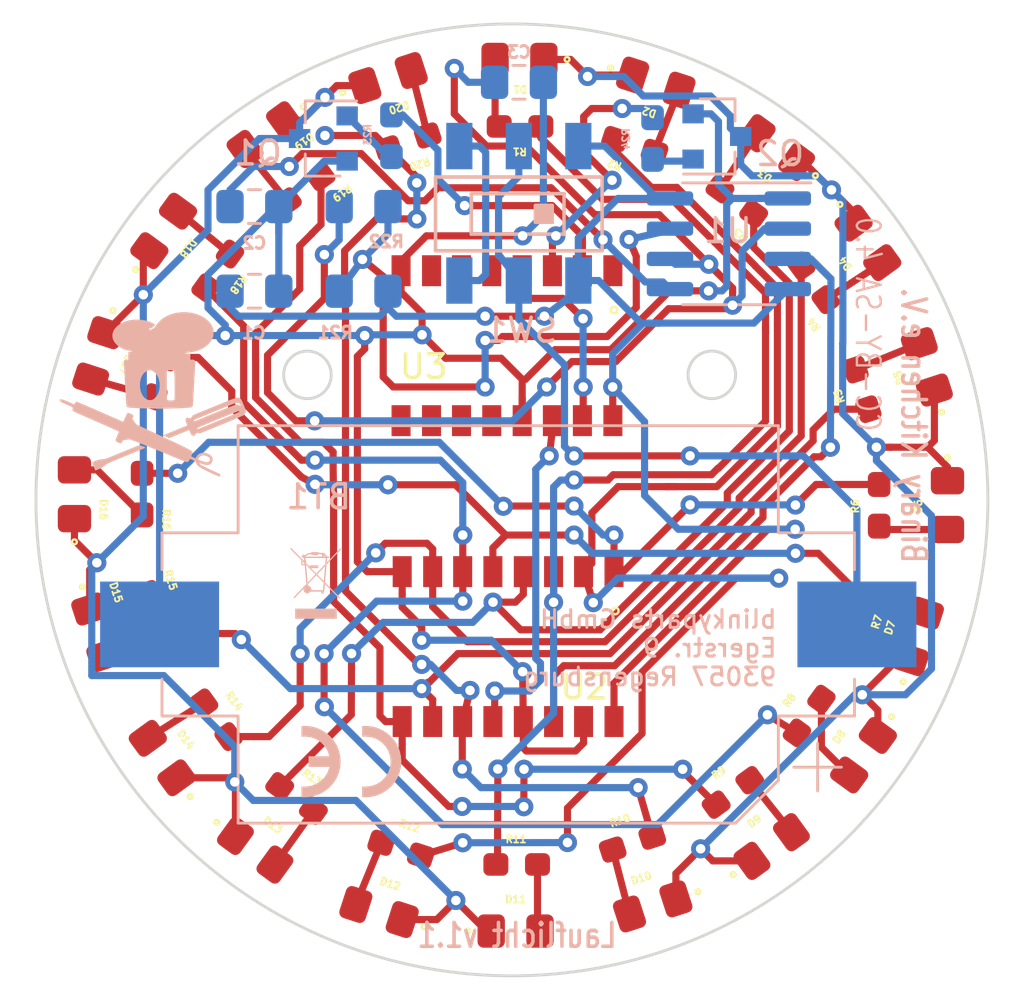
<source format=kicad_pcb>
(kicad_pcb (version 20241229) (generator "pcbnew") (generator_version "9.0")
  (layers (0 "F.Cu" signal) (2 "B.Cu" signal) (13 "F.Paste" user) (15 "B.Paste" user) (5 "F.SilkS" user "F.Silkscreen") (7 "B.SilkS" user "B.Silkscreen") (1 "F.Mask" user) (3 "B.Mask" user) (25 "Edge.Cuts" user))
  (net 0 "")
  (net 1 "GND")
  (net 2 "+3V3")
  (net 3 "VS")
  (net 4 "Net-(C2-Pad2)")
  (net 5 "Net-(D1-Pad2)")
  (net 6 "Net-(D2-Pad2)")
  (net 7 "Net-(D3-Pad2)")
  (net 8 "Net-(D4-Pad2)")
  (net 9 "Net-(D5-Pad2)")
  (net 10 "Net-(D6-Pad2)")
  (net 11 "Net-(D7-Pad2)")
  (net 12 "Net-(D8-Pad2)")
  (net 13 "Net-(D9-Pad2)")
  (net 14 "Net-(D10-Pad2)")
  (net 15 "Net-(D11-Pad2)")
  (net 16 "Net-(D12-Pad2)")
  (net 17 "Net-(D13-Pad2)")
  (net 18 "Net-(D14-Pad2)")
  (net 19 "Net-(D15-Pad2)")
  (net 20 "Net-(D16-Pad2)")
  (net 21 "Net-(D17-Pad2)")
  (net 22 "Net-(D18-Pad2)")
  (net 23 "Net-(D19-Pad2)")
  (net 24 "Net-(D20-Pad2)")
  (net 25 "Net-(R10-Pad1)")
  (net 26 "Net-(R12-Pad1)")
  (net 27 "Net-(R13-Pad1)")
  (net 28 "Net-(R14-Pad1)")
  (net 29 "Net-(R15-Pad1)")
  (net 30 "Net-(R16-Pad1)")
  (net 31 "Net-(R17-Pad1)")
  (net 32 "Net-(R18-Pad1)")
  (net 33 "Net-(R19-Pad1)")
  (net 34 "Net-(SW1-Pad3)")
  (net 35 "Net-(U1-Pad3)")
  (net 36 "Net-(U2-Pad12)")
  (net 37 "Net-(U3-Pad12)")
  (net 38 "Net-(R1-Pad1)")
  (net 39 "Net-(R21-Pad2)")
  (net 40 "Net-(D1-Pad1)")
  (net 41 "Net-(D11-Pad1)")
  (net 42 "Net-(U3-Pad1)")
  (net 43 "Net-(U3-Pad15)")
  (net 44 "Net-(U3-Pad5)")
  (net 45 "Net-(U3-Pad6)")
  (net 46 "Net-(U3-Pad7)")
  (net 47 "Net-(U3-Pad9)")
  (net 48 "Net-(U3-Pad10)")
  (net 49 "Net-(U3-Pad11)")
  (net 50 "Net-(Q2-Pad1)")
  (net 51 "Net-(R23-Pad2)")
  (net 52 "Net-(R24-Pad2)")
  (net 53 "Net-(Q1-Pad1)")
  (net 54 "Net-(C3-Pad2)")
  (footprint "Binary_Kitchen:LED_0805_2012Metric_Pad1.15x1.40mm_HandSolder_simple_drawing" (layer "F.Cu") (at 71.28758 72.44686 180)
    (property "Reference" "D1")
    (property "Value" "0805 LED Red")
  )
  (footprint "Binary_Kitchen:LED_0805_2012Metric_Pad1.15x1.40mm_HandSolder_simple_drawing" (layer "F.Cu") (at 71.1247 109.07078)
    (property "Reference" "D11")
    (property "Value" "0805 LED Red")
  )
  (footprint "Binary_Kitchen:LED_0805_2012Metric_Pad1.15x1.40mm_HandSolder_simple_drawing" (layer "F.Cu") (at 77.0149 73.41962 -18)
    (property "Reference" "D2")
    (property "Value" "0805 LED Red")
  )
  (footprint "Binary_Kitchen:LED_0805_2012Metric_Pad1.15x1.40mm_HandSolder_simple_drawing" (layer "F.Cu") (at 65.38642 108.27142 162)
    (property "Reference" "D12")
    (property "Value" "0805 LED Red")
  )
  (footprint "Binary_Kitchen:LED_0805_2012Metric_Pad1.15x1.40mm_HandSolder_simple_drawing" (layer "F.Cu") (at 82.10478 76.15034 144)
    (property "Reference" "D3")
    (property "Value" "0805 LED Red")
  )
  (footprint "Binary_Kitchen:LED_0805_2012Metric_Pad1.15x1.40mm_HandSolder_simple_drawing" (layer "F.Cu") (at 60.181178 105.6743 -36)
    (property "Reference" "D13")
    (property "Value" "0805 LED Red")
  )
  (footprint "Binary_Kitchen:LED_0805_2012Metric_Pad1.15x1.40mm_HandSolder_simple_drawing" (layer "F.Cu") (at 85.9281 80.15558 -54)
    (property "Reference" "D4")
    (property "Value" "0805 LED Red")
  )
  (footprint "Binary_Kitchen:LED_0805_2012Metric_Pad1.15x1.40mm_HandSolder_simple_drawing" (layer "F.Cu") (at 56.27332 101.8013 126)
    (property "Reference" "D14")
    (property "Value" "0805 LED Red")
  )
  (footprint "Binary_Kitchen:LED_0805_2012Metric_Pad1.15x1.40mm_HandSolder_simple_drawing" (layer "F.Cu") (at 88.40526 85.36382 108)
    (property "Reference" "D5")
    (property "Value" "0805 LED Red")
  )
  (footprint "Binary_Kitchen:LED_0805_2012Metric_Pad1.15x1.40mm_HandSolder_simple_drawing" (layer "F.Cu") (at 53.54418 96.51422 -72)
    (property "Reference" "D15")
    (property "Value" "0805 LED Red")
  )
  (footprint "Binary_Kitchen:LED_0805_2012Metric_Pad1.15x1.40mm_HandSolder_simple_drawing" (layer "F.Cu") (at 89.27138 91.1733 -90)
    (property "Reference" "D6")
    (property "Value" "0805 LED Red")
  )
  (footprint "Binary_Kitchen:LED_0805_2012Metric_Pad1.15x1.40mm_HandSolder_simple_drawing" (layer "F.Cu") (at 52.58778 90.71674 90)
    (property "Reference" "D16")
    (property "Value" "0805 LED Red")
  )
  (footprint "Binary_Kitchen:LED_0805_2012Metric_Pad1.15x1.40mm_HandSolder_simple_drawing" (layer "F.Cu") (at 88.03062 96.69034 72)
    (property "Reference" "D7")
    (property "Value" "0805 LED Red")
  )
  (footprint "Binary_Kitchen:LED_0805_2012Metric_Pad1.15x1.40mm_HandSolder_simple_drawing" (layer "F.Cu") (at 53.58442 84.90094 -108)
    (property "Reference" "D17")
    (property "Value" "0805 LED Red")
  )
  (footprint "Binary_Kitchen:LED_0805_2012Metric_Pad1.15x1.40mm_HandSolder_simple_drawing" (layer "F.Cu") (at 85.74346 101.68186 -126)
    (property "Reference" "D8")
    (property "Value" "0805 LED Red")
  )
  (footprint "Binary_Kitchen:LED_0805_2012Metric_Pad1.15x1.40mm_HandSolder_simple_drawing" (layer "F.Cu") (at 56.3375 79.65186 54)
    (property "Reference" "D18")
    (property "Value" "0805 LED Red")
  )
  (footprint "Binary_Kitchen:LED_0805_2012Metric_Pad1.15x1.40mm_HandSolder_simple_drawing" (layer "F.Cu") (at 81.88546 105.51946 36)
    (property "Reference" "D9")
    (property "Value" "0805 LED Red")
  )
  (footprint "Binary_Kitchen:LED_0805_2012Metric_Pad1.15x1.40mm_HandSolder_simple_drawing" (layer "F.Cu") (at 60.582818 75.60678 -144)
    (property "Reference" "D19")
    (property "Value" "0805 LED Red")
  )
  (footprint "Binary_Kitchen:LED_0805_2012Metric_Pad1.15x1.40mm_HandSolder_simple_drawing" (layer "F.Cu") (at 76.885067 108.036322 -162)
    (property "Reference" "D10")
    (property "Value" "0805 LED Red")
  )
  (footprint "Binary_Kitchen:LED_0805_2012Metric_Pad1.15x1.40mm_HandSolder_simple_drawing" (layer "F.Cu") (at 65.763907 73.228402 18)
    (property "Reference" "D20")
    (property "Value" "0805 LED Red")
  )
  (footprint "Binary_Kitchen:SOP-16_4.4x10.4mm_P1.27mm_simple_drawing" (layer "F.Cu") (at 70.81 97.1177 -90)
    (property "Reference" "U2")
    (property "Value" "4017")
  )
  (footprint "Binary_Kitchen:SOP-16_4.4x10.4mm_P1.27mm_simple_drawing" (layer "F.Cu") (at 70.76174 84.47358 -90)
    (property "Reference" "U3")
    (property "Value" "4017")
  )
  (footprint "Binary_Kitchen:R_0603_1608Metric_Pad1.05x0.95mm_HandSolder" (layer "F.Cu") (at 71.31026 75.26134 180)
    (property "Reference" "R1")
    (property "Value" "82 Ohm")
  )
  (footprint "Binary_Kitchen:R_0603_1608Metric_Pad1.05x0.95mm_HandSolder" (layer "F.Cu") (at 76.13026 76.06134 -18)
    (property "Reference" "R2")
    (property "Value" "82 Ohm")
  )
  (footprint "Binary_Kitchen:R_0603_1608Metric_Pad1.05x0.95mm_HandSolder" (layer "F.Cu") (at 80.42026 78.41134 144)
    (property "Reference" "R3")
    (property "Value" "82 Ohm")
  )
  (footprint "Binary_Kitchen:R_0603_1608Metric_Pad1.05x0.95mm_HandSolder" (layer "F.Cu") (at 83.64026 81.83134 -54)
    (property "Reference" "R4")
    (property "Value" "82 Ohm")
  )
  (footprint "Binary_Kitchen:R_0603_1608Metric_Pad1.05x0.95mm_HandSolder" (layer "F.Cu") (at 85.68026 86.31134 108)
    (property "Reference" "R5")
    (property "Value" "82 Ohm")
  )
  (footprint "Binary_Kitchen:R_0603_1608Metric_Pad1.05x0.95mm_HandSolder" (layer "F.Cu") (at 86.40026 91.18134 -90)
    (property "Reference" "R6")
    (property "Value" "82 Ohm")
  )
  (footprint "Binary_Kitchen:R_0603_1608Metric_Pad1.05x0.95mm_HandSolder" (layer "F.Cu") (at 85.34026 95.80134 -108)
    (property "Reference" "R7")
    (property "Value" "82 Ohm")
  )
  (footprint "Binary_Kitchen:R_0603_1608Metric_Pad1.05x0.95mm_HandSolder" (layer "F.Cu") (at 83.46026 100.03634 54)
    (property "Reference" "R8")
    (property "Value" "82 Ohm")
  )
  (footprint "Binary_Kitchen:R_0603_1608Metric_Pad1.05x0.95mm_HandSolder" (layer "F.Cu") (at 71.17026 106.27134)
    (property "Reference" "R11")
    (property "Value" "82 Ohm")
  )
  (footprint "Binary_Kitchen:R_0603_1608Metric_Pad1.05x0.95mm_HandSolder" (layer "F.Cu") (at 66.31026 105.63134 162)
    (property "Reference" "R12")
    (property "Value" "82 Ohm")
  )
  (footprint "Binary_Kitchen:R_0603_1608Metric_Pad1.05x0.95mm_HandSolder" (layer "F.Cu") (at 61.92026 103.50134 -36)
    (property "Reference" "R13")
    (property "Value" "82 Ohm")
  )
  (footprint "Binary_Kitchen:R_0603_1608Metric_Pad1.05x0.95mm_HandSolder" (layer "F.Cu") (at 58.55026 100.19134 126)
    (property "Reference" "R14")
    (property "Value" "82 Ohm")
  )
  (footprint "Binary_Kitchen:R_0603_1608Metric_Pad1.05x0.95mm_HandSolder" (layer "F.Cu") (at 55.97779 95.736886 108)
    (property "Reference" "R15")
    (property "Value" "82 Ohm")
  )
  (footprint "Binary_Kitchen:R_0603_1608Metric_Pad1.05x0.95mm_HandSolder" (layer "F.Cu") (at 55.43026 90.71134 -90)
    (property "Reference" "R16")
    (property "Value" "82 Ohm")
  )
  (footprint "Binary_Kitchen:R_0603_1608Metric_Pad1.05x0.95mm_HandSolder" (layer "F.Cu") (at 56.22026 85.80134 -108)
    (property "Reference" "R17")
    (property "Value" "82 Ohm")
  )
  (footprint "Binary_Kitchen:R_0603_1608Metric_Pad1.05x0.95mm_HandSolder" (layer "F.Cu") (at 58.61026 81.33134 54)
    (property "Reference" "R18")
    (property "Value" "82 Ohm")
  )
  (footprint "Binary_Kitchen:R_0603_1608Metric_Pad1.05x0.95mm_HandSolder" (layer "F.Cu") (at 62.24026 77.90134 -144)
    (property "Reference" "R19")
    (property "Value" "82 Ohm")
  )
  (footprint "Binary_Kitchen:R_0603_1608Metric_Pad1.05x0.95mm_HandSolder" (layer "F.Cu") (at 66.60026 75.91134 18)
    (property "Reference" "R20")
    (property "Value" "82 Ohm")
  )
  (footprint "Binary_Kitchen:R_0603_1608Metric_Pad1.05x0.95mm_HandSolder" (layer "F.Cu") (at 80.25878 103.24554 36)
    (property "Reference" "R9")
    (property "Value" "82 Ohm")
  )
  (footprint "Binary_Kitchen:R_0603_1608Metric_Pad1.05x0.95mm_HandSolder" (layer "F.Cu") (at 76.03526 105.37634 -162)
    (property "Reference" "R10")
    (property "Value" "82 Ohm")
  )
  (footprint "Capacitor_SMD:C_0805_2012Metric_Pad1.15x1.40mm_HandSolder" (layer "B.Cu") (at 60.14944 82.18434 180)
    (property "Reference" "C1")
    (property "Value" "100n")
  )
  (footprint "Capacitor_SMD:C_0805_2012Metric_Pad1.15x1.40mm_HandSolder" (layer "B.Cu") (at 60.14944 78.62834 180)
    (property "Reference" "C2")
    (property "Value" "100n F")
  )
  (footprint "Binary_Kitchen:R_0805_2012Metric_Pad1.15x1.40mm_HandSolder" (layer "B.Cu") (at 64.73644 82.18434 180)
    (property "Reference" "R21")
    (property "Value" "100k Ohm")
  )
  (footprint "Binary_Kitchen:R_0805_2012Metric_Pad1.15x1.40mm_HandSolder" (layer "B.Cu") (at 64.73644 78.62834 180)
    (property "Reference" "R22")
    (property "Value" "100k Ohm")
  )
  (footprint "Binary_Kitchen:smd_switch_slide" (layer "B.Cu") (at 73.76026 76.08634 180)
    (property "Reference" "SW1")
    (property "Value" "SW_DPDT_x2")
  )
  (footprint "Package_SO:SOIC-8_3.9x4.9mm_P1.27mm" (layer "B.Cu") (at 80.08644 80.19234 180)
    (property "Reference" "U1")
    (property "Value" "NE555")
  )
  (footprint "Binary Kitchen:BatteryHolder_Keystone_1060_1x2032_HandSoldering" (layer "B.Cu") (at 70.81508 96.18552 180)
    (property "Reference" "BT1")
    (property "Value" "CR2023")
  )
  (footprint "Package_TO_SOT_SMD:SOT-23" (layer "B.Cu") (at 63.047 75.769 180)
    (property "Reference" "Q1")
    (property "Value" "BC850")
  )
  (footprint "Package_TO_SOT_SMD:SOT-23" (layer "B.Cu") (at 79.5824 75.6826)
    (property "Reference" "Q2")
    (property "Value" "BC850")
  )
  (footprint "Binary_Kitchen:R_0603_1608Metric_Pad1.05x0.95mm_HandSolder" (layer "B.Cu") (at 65.9078 75.6534 90)
    (property "Reference" "R23")
    (property "Value" "1k Ohm")
  )
  (footprint "Binary_Kitchen:R_0603_1608Metric_Pad1.05x0.95mm_HandSolder" (layer "B.Cu") (at 76.8806 75.769 90)
    (property "Reference" "R24")
    (property "Value" "1k Ohm")
  )
  (footprint "Capacitor_SMD:C_0805_2012Metric_Pad1.15x1.40mm_HandSolder" (layer "B.Cu") (at 71.2672 73.4068 180)
    (property "Reference" "C3")
    (property "Value" "1µ F")
  )
  (footprint "Binary_Kitchen:kitchen_head" (layer "B.Cu") (at 55.8748 86.5132 180)
    (property "Reference" "G***" (hide yes))
    (property "Value" "kitchen_head" (hide yes))
  )
  (footprint "Binary Kitchen:ce-icon_3mm" (layer "B.Cu") (at 66.325 100.45 180)
    (property "Reference" "ce-symbol_mask_3mm" (hide yes))
    (property "Value" "G***" (hide yes))
  )
  (footprint "Binary Kitchen:weee-icon_3mm" (layer "B.Cu") (at 63.778663 92.95 180)
    (property "Reference" "weee-symbol_mask_3mm" (hide yes))
    (property "Value" "G***" (hide yes))
  )
  (gr_circle (center 70.97002 90.95312) (end 90.97002 90.95312) (stroke (width 0.12)) (fill no) (layer "Edge.Cuts"))
  (gr_circle (center 79.3698 85.7004) (end 80.3698 85.7004) (stroke (width 0.12)) (fill no) (layer "Edge.Cuts"))
  (gr_circle (center 62.3772 85.7004) (end 63.3772 85.7004) (stroke (width 0.12)) (fill no) (layer "Edge.Cuts"))
  (gr_text "Binary Kitchen e.V." (at 87.85 87.825 270) (layer "B.SilkS") (effects (font (size 1 0.8)) (justify mirror)))
  (gr_text "Lauflicht v1.1" (at 71.18592 109.25382 0) (layer "B.SilkS") (effects (font (size 1 0.8)) (justify mirror)))
  (gr_text "CC-BY-SA 4.0" (at 85.923 83.5668 270) (layer "B.SilkS") (effects (font (size 1 0.8) (thickness 0.1)) (justify mirror)))
  (gr_text "blinkyparts GmbH\nEgerstr. 9\n93057 Regensburg" (at 82.16508 98.825 0) (layer "B.SilkS") (effects (font (size 0.75 0.75) (thickness 0.125)) (justify left bottom mirror)))
  (segment (start 64.476609 84.918516) (end 64.78258 84.612545) (width 0.3) (layer "F.Cu") (net 1))
  (segment (start 71.53652 85.88828) (end 72.783249 84.641551) (width 0.3) (layer "F.Cu") (net 1))
  (segment (start 71.45 101.37974) (end 71.57708 101.50682) (width 0.3) (layer "F.Cu") (net 1))
  (segment (start 71.4196 79.8584) (end 67.376918 79.8584) (width 0.3) (layer "F.Cu") (net 1))
  (segment (start 71.40174 87.62358) (end 71.40174 86.67358) (width 0.3) (layer "F.Cu") (net 1))
  (segment (start 71.4196 98.1718) (end 71.45 100.2677) (width 0.3) (layer "F.Cu") (net 1))
  (segment (start 66.31174 81.32358) (end 66.31174 82.22358) (width 0.3) (layer "F.Cu") (net 1))
  (segment (start 71.45 100.2677) (end 71.45 101.37974) (width 0.3) (layer "F.Cu") (net 1))
  (segment (start 64.476609 93.554859) (end 64.476609 84.918516) (width 0.3) (layer "F.Cu") (net 1))
  (segment (start 71.40174 85.88828) (end 71.40174 87.62358) (width 0.3) (layer "F.Cu") (net 1))
  (segment (start 72.783249 84.641551) (end 75.126151 84.641551) (width 0.3) (layer "F.Cu") (net 1))
  (segment (start 66.31174 80.923578) (end 66.31174 81.32358) (width 0.3) (layer "F.Cu") (net 1))
  (segment (start 77.597902 82.1698) (end 79.23264 82.1698) (width 0.3) (layer "F.Cu") (net 1))
  (segment (start 66.36 95.467515) (end 66.36 94.9177) (width 0.3) (layer "F.Cu") (net 1))
  (segment (start 67.19558 84.01638) (end 68.181801 85.002601) (width 0.3) (layer "F.Cu") (net 1))
  (segment (start 66.36 94.9177) (end 66.36 93.9677) (width 0.3) (layer "F.Cu") (net 1))
  (segment (start 68.181801 85.002601) (end 70.516061 85.002601) (width 0.3) (layer "F.Cu") (net 1))
  (segment (start 64.476609 93.554859) (end 64.88945 93.9677) (width 0.3) (layer "F.Cu") (net 1))
  (segment (start 71.4323 87.59302) (end 71.40174 87.62358) (width 0.3) (layer "F.Cu") (net 1))
  (segment (start 70.516061 85.002601) (end 71.40174 85.88828) (width 0.3) (layer "F.Cu") (net 1))
  (segment (start 71.57708 101.50682) (end 73.64088 101.50682) (width 0.3) (layer "F.Cu") (net 1))
  (segment (start 67.376918 79.8584) (end 66.31174 80.923578) (width 0.3) (layer "F.Cu") (net 1))
  (segment (start 66.31174 82.22358) (end 67.19558 83.10742) (width 0.3) (layer "F.Cu") (net 1))
  (segment (start 67.1778 96.285315) (end 66.36 95.467515) (width 0.3) (layer "F.Cu") (net 1))
  (segment (start 67.19558 83.10742) (end 67.19558 84.01638) (width 0.3) (layer "F.Cu") (net 1))
  (segment (start 73.98 101.1677) (end 73.98 100.2677) (width 0.3) (layer "F.Cu") (net 1))
  (segment (start 75.126151 84.641551) (end 77.597902 82.1698) (width 0.3) (layer "F.Cu") (net 1))
  (segment (start 64.88945 93.9677) (end 66.36 93.9677) (width 0.3) (layer "F.Cu") (net 1))
  (segment (start 73.64088 101.50682) (end 73.98 101.1677) (width 0.3) (layer "F.Cu") (net 1))
  (segment (start 67.1778 96.851) (end 67.1778 96.285315) (width 0.3) (layer "F.Cu") (net 1))
  (segment (start 64.78258 84.612545) (end 64.78258 84.04686) (width 0.3) (layer "F.Cu") (net 1))
  (segment (start 71.40174 85.88828) (end 71.53652 85.88828) (width 0.3) (layer "F.Cu") (net 1))
  (via (at 58.9228 84.0494) (size 0.8) (drill 0.4) (layers "F.Cu" "B.Cu") (net 1))
  (via (at 71.4196 79.8584) (size 0.8) (drill 0.4) (layers "F.Cu" "B.Cu") (net 1))
  (via (at 67.19558 84.01638) (size 0.8) (drill 0.4) (layers "F.Cu" "B.Cu") (net 1))
  (via (at 67.1778 96.851) (size 0.8) (drill 0.4) (layers "F.Cu" "B.Cu") (net 1))
  (via (at 71.4196 98.1718) (size 0.8) (drill 0.4) (layers "F.Cu" "B.Cu") (net 1))
  (via (at 64.78258 84.04686) (size 0.8) (drill 0.4) (layers "F.Cu" "B.Cu") (net 1))
  (via (at 79.23264 82.1698) (size 0.8) (drill 0.4) (layers "F.Cu" "B.Cu") (net 1))
  (segment (start 61.17444 81.48434) (end 61.17444 82.18434) (width 0.3) (layer "B.Cu") (net 1))
  (segment (start 67.19558 84.01638) (end 64.81306 84.01638) (width 0.3) (layer "B.Cu") (net 1))
  (segment (start 67.1778 96.851) (end 70.0988 96.851) (width 0.3) (layer "B.Cu") (net 1))
  (segment (start 79.23264 82.1698) (end 79.798325 82.1698) (width 0.3) (layer "B.Cu") (net 1))
  (segment (start 67.1524 97.0034) (end 67.1778 96.851) (width 0.3) (layer "B.Cu") (net 1))
  (segment (start 61.17444 79.76562) (end 61.17444 78.62834) (width 0.3) (layer "B.Cu") (net 1))
  (segment (start 64.78258 84.04686) (end 58.9228 84.0494) (width 0.3) (layer "B.Cu") (net 1))
  (segment (start 56.16508 85.56252) (end 56.16508 96.18552) (width 0.3) (layer "B.Cu") (net 1))
  (segment (start 78.5824 74.7326) (end 79.3324 74.7326) (width 0.3) (layer "B.Cu") (net 1))
  (segment (start 79.992801 78.525601) (end 80.231062 78.28734) (width 0.3) (layer "B.Cu") (net 1))
  (segment (start 61.17444 78.62834) (end 61.17444 82.18434) (width 0.3) (layer "B.Cu") (net 1))
  (segment (start 58.19943 81.485804) (end 61.020634 78.6646) (width 0.3) (layer "B.Cu") (net 1))
  (segment (start 63.08378 76.719) (end 61.17444 78.62834) (width 0.3) (layer "B.Cu") (net 1))
  (segment (start 82.56144 78.28734) (end 81.3004 78.28734) (width 0.3) (layer "B.Cu") (net 1))
  (segment (start 64.047 76.719) (end 63.08378 76.719) (width 0.3) (layer "B.Cu") (net 1))
  (segment (start 79.6492 75.0494) (end 79.6492 77.705478) (width 0.3) (layer "B.Cu") (net 1))
  (segment (start 61.17444 78.62834) (end 61.17444 79.32834) (width 0.3) (layer "B.Cu") (net 1))
  (segment (start 79.6492 77.705478) (end 80.231062 78.28734) (width 0.3) (layer "B.Cu") (net 1))
  (segment (start 72.2922 78.953) (end 72.2922 73.4068) (width 0.3) (layer "B.Cu") (net 1))
  (segment (start 64.81306 84.01638) (end 64.78258 84.04686) (width 0.3) (layer "B.Cu") (net 1))
  (segment (start 79.992801 81.975324) (end 79.992801 78.525601) (width 0.3) (layer "B.Cu") (net 1))
  (segment (start 58.9228 83.606246) (end 58.19943 82.882876) (width 0.3) (layer "B.Cu") (net 1))
  (segment (start 79.3324 74.7326) (end 79.6492 75.0494) (width 0.3) (layer "B.Cu") (net 1))
  (segment (start 58.9228 84.0494) (end 58.9228 83.606246) (width 0.3) (layer "B.Cu") (net 1))
  (segment (start 80.231062 78.28734) (end 82.56144 78.28734) (width 0.3) (layer "B.Cu") (net 1))
  (segment (start 58.19943 82.882876) (end 58.19943 81.485804) (width 0.3) (layer "B.Cu") (net 1))
  (segment (start 61.020634 78.6646) (end 61.2088 78.6646) (width 0.3) (layer "B.Cu") (net 1))
  (segment (start 72.3086 78.9694) (end 72.2922 78.953) (width 0.3) (layer "B.Cu") (net 1))
  (segment (start 57.6782 84.0494) (end 56.16508 85.56252) (width 0.3) (layer "B.Cu") (net 1))
  (segment (start 79.798325 82.1698) (end 79.992801 81.975324) (width 0.3) (layer "B.Cu") (net 1))
  (segment (start 72.3086 78.9694) (end 71.4196 79.8584) (width 0.3) (layer "B.Cu") (net 1))
  (segment (start 70.0988 96.851) (end 71.4196 98.1718) (width 0.3) (layer "B.Cu") (net 1))
  (segment (start 58.9228 84.0494) (end 57.6782 84.0494) (width 0.3) (layer "B.Cu") (net 1))
  (segment (start 78.4554 89.104) (end 73.5786 89.104) (width 0.3) (layer "F.Cu") (net 2))
  (via (at 78.4554 89.104) (size 0.8) (drill 0.4) (layers "F.Cu" "B.Cu") (net 2))
  (via (at 73.5786 89.104) (size 0.8) (drill 0.4) (layers "F.Cu" "B.Cu") (net 2))
  (segment (start 71.26026 77.36134) (end 70.407979 78.213621) (width 0.3) (layer "B.Cu") (net 2))
  (segment (start 71.26026 76.08634) (end 71.26026 77.36134) (width 0.3) (layer "B.Cu") (net 2))
  (segment (start 70.407979 78.213621) (end 70.407979 80.631261) (width 0.3) (layer "B.Cu") (net 2))
  (segment (start 73.178601 88.704001) (end 73.178601 85.277563) (width 0.3) (layer "B.Cu") (net 2))
  (segment (start 85.51914 96.13146) (end 85.46508 96.18552) (width 0.3) (layer "B.Cu") (net 2))
  (segment (start 71.26026 83.359222) (end 71.26026 81.73634) (width 0.3) (layer "B.Cu") (net 2))
  (segment (start 83.217922 89.104) (end 85.46508 91.351158) (width 0.3) (layer "B.Cu") (net 2))
  (segment (start 73.5786 89.104) (end 73.178601 88.704001) (width 0.3) (layer "B.Cu") (net 2))
  (segment (start 78.4554 89.104) (end 83.217922 89.104) (width 0.3) (layer "B.Cu") (net 2))
  (segment (start 70.40868 80.68898) (end 70.41376 80.64834) (width 0.3) (layer "B.Cu") (net 2))
  (segment (start 85.46508 95.22468) (end 85.46508 96.18552) (width 0.3) (layer "B.Cu") (net 2))
  (segment (start 85.46508 91.351158) (end 85.46508 96.18552) (width 0.3) (layer "B.Cu") (net 2))
  (segment (start 73.178601 85.277563) (end 71.26026 83.359222) (width 0.3) (layer "B.Cu") (net 2))
  (segment (start 70.41376 80.64834) (end 71.26026 81.73634) (width 0.3) (layer "B.Cu") (net 2))
  (segment (start 75.2042 86.2084) (end 75.21174 87.62358) (width 0.3) (layer "F.Cu") (net 3))
  (segment (start 75.26 98.65548) (end 81.72792 92.18756) (width 0.3) (layer "F.Cu") (net 3))
  (segment (start 81.72792 92.18756) (end 82.87246 92.18756) (width 0.3) (layer "F.Cu") (net 3))
  (segment (start 69.8448 83.2366) (end 72.334 83.2366) (width 0.3) (layer "F.Cu") (net 3))
  (segment (start 75.26 100.2677) (end 75.26 98.65548) (width 0.3) (layer "F.Cu") (net 3))
  (via (at 75.2042 86.2084) (size 0.8) (drill 0.4) (layers "F.Cu" "B.Cu") (net 3))
  (via (at 69.8448 83.2366) (size 0.8) (drill 0.4) (layers "F.Cu" "B.Cu") (net 3))
  (via (at 82.87246 92.18756) (size 0.8) (drill 0.4) (layers "F.Cu" "B.Cu") (net 3))
  (via (at 72.334 83.2366) (size 0.8) (drill 0.4) (layers "F.Cu" "B.Cu") (net 3))
  (segment (start 59.12444 82.88434) (end 59.47445 83.23435) (width 0.3) (layer "B.Cu") (net 3))
  (segment (start 75.2169 82.34298) (end 74.61026 81.73634) (width 0.3) (layer "B.Cu") (net 3))
  (segment (start 72.334 83.2366) (end 73.76026 82.16134) (width 0.3) (layer "B.Cu") (net 3))
  (segment (start 73.76026 79.948498) (end 75.421418 78.28734) (width 0.3) (layer "B.Cu") (net 3))
  (segment (start 65.76144 82.88434) (end 65.76144 82.18434) (width 0.3) (layer "B.Cu") (net 3))
  (segment (start 76.543481 87.669601) (end 76.543481 90.768423) (width 0.3) (layer "B.Cu") (net 3))
  (segment (start 82.56144 82.09734) (end 81.134117 83.524663) (width 0.3) (layer "B.Cu") (net 3))
  (segment (start 59.47445 83.23435) (end 65.41143 83.23435) (width 0.3) (layer "B.Cu") (net 3))
  (segment (start 74.869254 76.08634) (end 73.76026 76.08634) (width 0.3) (layer "B.Cu") (net 3))
  (segment (start 59.12444 82.18434) (end 59.12444 82.88434) (width 0.3) (layer "B.Cu") (net 3))
  (segment (start 76.63644 78.28734) (end 77.61144 78.28734) (width 0.3) (layer "B.Cu") (net 3))
  (segment (start 65.41143 83.23435) (end 65.76144 82.88434) (width 0.3) (layer "B.Cu") (net 3))
  (segment (start 75.421418 78.28734) (end 76.63644 78.28734) (width 0.3) (layer "B.Cu") (net 3))
  (segment (start 77.070254 78.28734) (end 74.869254 76.08634) (width 0.3) (layer "B.Cu") (net 3))
  (segment (start 75.2042 84.8114) (end 75.2042 86.2084) (width 0.3) (layer "B.Cu") (net 3))
  (segment (start 76.398583 83.524663) (end 75.2169 82.34298) (width 0.3) (layer "B.Cu") (net 3))
  (segment (start 77.168663 83.524663) (end 76.490937 83.524663) (width 0.3) (layer "B.Cu") (net 3))
  (segment (start 77.61144 78.28734) (end 77.070254 78.28734) (width 0.3) (layer "B.Cu") (net 3))
  (segment (start 66.1137 83.2366) (end 65.76144 82.88434) (width 0.3) (layer "B.Cu") (net 3))
  (segment (start 77.168663 83.524663) (end 76.398583 83.524663) (width 0.3) (layer "B.Cu") (net 3))
  (segment (start 82.306775 92.18756) (end 82.87246 92.18756) (width 0.3) (layer "B.Cu") (net 3))
  (segment (start 76.543481 90.768423) (end 77.962618 92.18756) (width 0.3) (layer "B.Cu") (net 3))
  (segment (start 75.2042 86.2084) (end 76.543481 87.669601) (width 0.3) (layer "B.Cu") (net 3))
  (segment (start 69.8448 83.2366) (end 66.1137 83.2366) (width 0.3) (layer "B.Cu") (net 3))
  (segment (start 81.134117 83.524663) (end 77.168663 83.524663) (width 0.3) (layer "B.Cu") (net 3))
  (segment (start 73.76026 81.73634) (end 73.76026 79.948498) (width 0.3) (layer "B.Cu") (net 3))
  (segment (start 76.490937 83.524663) (end 75.2042 84.8114) (width 0.3) (layer "B.Cu") (net 3))
  (segment (start 74.61026 81.73634) (end 73.76026 81.73634) (width 0.3) (layer "B.Cu") (net 3))
  (segment (start 73.76026 82.16134) (end 73.76026 81.73634) (width 0.3) (layer "B.Cu") (net 3))
  (segment (start 77.962618 92.18756) (end 82.306775 92.18756) (width 0.3) (layer "B.Cu") (net 3))
  (segment (start 67.859221 77.838399) (end 67.314259 78.383361) (width 0.3) (layer "F.Cu") (net 4))
  (segment (start 64.6378 76.404) (end 62.15622 76.404) (width 0.3) (layer "F.Cu") (net 4))
  (segment (start 62.15622 76.404) (end 61.6152 76.94502) (width 0.3) (layer "F.Cu") (net 4))
  (segment (start 66.612059 78.383361) (end 64.6378 76.404) (width 0.3) (layer "F.Cu") (net 4))
  (segment (start 72.615239 77.838399) (end 67.859221 77.838399) (width 0.3) (layer "F.Cu") (net 4))
  (segment (start 67.332061 78.383361) (end 66.612059 78.383361) (width 0.3) (layer "F.Cu") (net 4))
  (segment (start 74.7978 80.02096) (end 72.615239 77.838399) (width 0.3) (layer "F.Cu") (net 4))
  (via (at 74.7978 80.02096) (size 0.8) (drill 0.4) (layers "F.Cu" "B.Cu") (net 4))
  (via (at 61.6152 76.94502) (size 0.8) (drill 0.4) (layers "F.Cu" "B.Cu") (net 4))
  (segment (start 60.1103 76.94248) (end 59.12444 77.92834) (width 0.3) (layer "B.Cu") (net 4))
  (segment (start 77.61144 82.09734) (end 77.31144 81.79734) (width 0.3) (layer "B.Cu") (net 4))
  (segment (start 76.57418 81.79734) (end 75.197799 80.420959) (width 0.3) (layer "B.Cu") (net 4))
  (segment (start 75.197799 80.420959) (end 74.7978 80.02096) (width 0.3) (layer "B.Cu") (net 4))
  (segment (start 59.12444 77.92834) (end 59.12444 78.62834) (width 0.3) (layer "B.Cu") (net 4))
  (segment (start 61.6152 76.94502) (end 60.1103 76.94248) (width 0.3) (layer "B.Cu") (net 4))
  (segment (start 77.31144 81.79734) (end 76.57418 81.79734) (width 0.3) (layer "B.Cu") (net 4))
  (segment (start 70.26258 75.08866) (end 70.43526 75.26134) (width 0.3) (layer "F.Cu") (net 5))
  (segment (start 70.26258 72.44686) (end 70.26258 75.08866) (width 0.3) (layer "F.Cu") (net 5))
  (segment (start 77.989733 73.736362) (end 76.962434 76.33173) (width 0.3) (layer "F.Cu") (net 6))
  (segment (start 81.275538 75.54786) (end 79.71237 77.897028) (width 0.3) (layer "F.Cu") (net 7))
  (segment (start 86.53058 80.984822) (end 84.154572 82.53923) (width 0.3) (layer "F.Cu") (net 8))
  (segment (start 88.088518 84.388987) (end 85.40987 85.479166) (width 0.3) (layer "F.Cu") (net 9))
  (segment (start 86.54222 92.1983) (end 86.40026 92.05634) (width 0.3) (layer "F.Cu") (net 10))
  (segment (start 89.27138 92.1983) (end 86.54222 92.1983) (width 0.3) (layer "F.Cu") (net 10))
  (segment (start 85.06987 96.633514) (end 85.569314 96.633514) (width 0.3) (layer "F.Cu") (net 11))
  (segment (start 87.611339 95.715507) (end 88.347362 95.715507) (width 0.3) (layer "F.Cu") (net 11))
  (segment (start 85.569314 96.633514) (end 86.487321 95.715507) (width 0.3) (layer "F.Cu") (net 11))
  (segment (start 86.487321 95.715507) (end 87.611339 95.715507) (width 0.3) (layer "F.Cu") (net 11))
  (segment (start 85.14098 102.511102) (end 83.974572 101.344694) (width 0.3) (layer "F.Cu") (net 12))
  (segment (start 83.974572 101.344694) (end 83.974572 99.32845) (width 0.3) (layer "F.Cu") (net 12))
  (segment (start 83.965362 99.33766) (end 83.974572 99.32845) (width 0.3) (layer "F.Cu") (net 12))
  (segment (start 80.96667 102.731228) (end 82.714702 104.91698) (width 0.3) (layer "F.Cu") (net 13))
  (segment (start 75.203086 105.64673) (end 75.910234 108.353064) (width 0.3) (layer "F.Cu") (net 14))
  (segment (start 72.04526 106.27134) (end 72.04526 108.96634) (width 0.3) (layer "F.Cu") (net 15))
  (segment (start 72.04526 108.96634) (end 72.1497 109.07078) (width 0.3) (layer "F.Cu") (net 15))
  (segment (start 65.478086 105.36095) (end 64.411587 107.954678) (width 0.3) (layer "F.Cu") (net 16))
  (segment (start 62.62815 104.015652) (end 61.01042 106.27678) (width 0.3) (layer "F.Cu") (net 17))
  (segment (start 58.035948 99.48345) (end 55.67084 100.972058) (width 0.3) (layer "F.Cu") (net 18))
  (segment (start 55.7074 94.904712) (end 53.860922 97.489053) (width 0.3) (layer "F.Cu") (net 19))
  (segment (start 55.52246 91.49414) (end 55.43026 91.58634) (width 0.3) (layer "F.Cu") (net 20))
  (segment (start 52.58778 89.69174) (end 53.53566 89.69174) (width 0.3) (layer "F.Cu") (net 20))
  (segment (start 53.53566 89.69174) (end 55.43026 91.58634) (width 0.3) (layer "F.Cu") (net 20))
  (segment (start 53.267678 85.875773) (end 55.94987 86.633514) (width 0.3) (layer "F.Cu") (net 21))
  (segment (start 56.93998 78.822618) (end 59.124572 80.62345) (width 0.3) (layer "F.Cu") (net 22))
  (segment (start 59.753576 76.20926) (end 61.53237 78.415652) (width 0.3) (layer "F.Cu") (net 23))
  (segment (start 66.73874 72.91166) (end 67.432434 75.64095) (width 0.3) (layer "F.Cu") (net 24))
  (segment (start 68.88468 100.28302) (end 68.9 100.2677) (width 0.3) (layer "F.Cu") (net 25))
  (segment (start 67.1778 97.867) (end 67.058398 97.867) (width 0.3) (layer "F.Cu") (net 25))
  (segment (start 69.2098 98.9592) (end 68.9 100.2677) (width 0.3) (layer "F.Cu") (net 25))
  (segment (start 67.058398 97.867) (end 63.976599 94.785201) (width 0.3) (layer "F.Cu") (net 25))
  (segment (start 65.228356 75.642) (end 63.1138 75.642) (width 0.3) (layer "F.Cu") (net 25))
  (segment (start 66.97206 77.63336) (end 66.97206 77.385704) (width 0.3) (layer "F.Cu") (net 25))
  (segment (start 63.938599 82.158001) (end 63.938599 80.488999) (width 0.3) (layer "F.Cu") (net 25))
  (segment (start 63.938599 80.488999) (end 65.280398 79.1472) (width 0.3) (layer "F.Cu") (net 25))
  (segment (start 66.408915 79.1472) (end 66.9746 79.1472) (width 0.3) (layer "F.Cu") (net 25))
  (segment (start 63.976599 94.785201) (end 63.976599 82.196001) (width 0.3) (layer "F.Cu") (net 25))
  (segment (start 66.97206 77.385704) (end 65.768086 76.18173) (width 0.3) (layer "F.Cu") (net 25))
  (segment (start 65.768086 76.18173) (end 65.768086 76.429386) (width 0.3) (layer "F.Cu") (net 25))
  (segment (start 65.280398 79.1472) (end 66.408915 79.1472) (width 0.3) (layer "F.Cu") (net 25))
  (segment (start 63.976599 82.196001) (end 63.938599 82.158001) (width 0.3) (layer "F.Cu") (net 25))
  (segment (start 76.27354 103.04352) (end 76.867434 105.10595) (width 0.3) (layer "F.Cu") (net 25))
  (segment (start 68.88468 102.2612) (end 68.88468 100.28302) (width 0.3) (layer "F.Cu") (net 25))
  (segment (start 65.768086 76.18173) (end 65.228356 75.642) (width 0.3) (layer "F.Cu") (net 25))
  (via (at 63.1138 75.642) (size 0.8) (drill 0.4) (layers "F.Cu" "B.Cu") (net 25))
  (via (at 69.2098 98.9592) (size 0.8) (drill 0.4) (layers "F.Cu" "B.Cu") (net 25))
  (via (at 66.97206 77.63336) (size 0.8) (drill 0.4) (layers "F.Cu" "B.Cu") (net 25))
  (via (at 67.1778 97.867) (size 0.8) (drill 0.4) (layers "F.Cu" "B.Cu") (net 25))
  (via (at 76.27354 103.04352) (size 0.8) (drill 0.4) (layers "F.Cu" "B.Cu") (net 25))
  (via (at 66.9746 79.1472) (size 0.8) (drill 0.4) (layers "F.Cu" "B.Cu") (net 25))
  (via (at 68.88468 102.2612) (size 0.8) (drill 0.4) (layers "F.Cu" "B.Cu") (net 25))
  (segment (start 66.9746 79.1472) (end 66.9746 77.6359) (width 0.3) (layer "B.Cu") (net 25))
  (segment (start 76.27354 103.04352) (end 69.667 103.04352) (width 0.3) (layer "B.Cu") (net 25))
  (segment (start 66.9746 77.6359) (end 66.97206 77.63336) (width 0.3) (layer "B.Cu") (net 25))
  (segment (start 68.644115 98.9592) (end 67.551915 97.867) (width 0.3) (layer "B.Cu") (net 25))
  (segment (start 69.667 103.04352) (end 68.88468 102.2612) (width 0.3) (layer "B.Cu") (net 25))
  (segment (start 69.2098 98.9592) (end 68.644115 98.9592) (width 0.3) (layer "B.Cu") (net 25))
  (segment (start 67.551915 97.867) (end 67.1778 97.867) (width 0.3) (layer "B.Cu") (net 25))
  (segment (start 81.18082 81.10554) (end 81.18082 81.111393) (width 0.3) (layer "F.Cu") (net 26))
  (segment (start 82.18074 94.24426) (end 80.37834 94.24426) (width 0.3) (layer "F.Cu") (net 26))
  (segment (start 81.18082 81.111393) (end 82.125928 82.056501) (width 0.3) (layer "F.Cu") (net 26))
  (segment (start 80.37834 94.24426) (end 76.43864 98.18396) (width 0.3) (layer "F.Cu") (net 26))
  (segment (start 82.125928 87.85107) (end 79.580839 90.396159) (width 0.3) (layer "F.Cu") (net 26))
  (segment (start 75.298086 76.290394) (end 76.831922 77.82423) (width 0.3) (layer "F.Cu") (net 26))
  (segment (start 73.30174 105.271835) (end 73.30428 105.35238) (width 0.3) (layer "F.Cu") (net 26))
  (segment (start 75.433479 90.396159) (end 74.328601 91.501037) (width 0.3) (layer "F.Cu") (net 26))
  (segment (start 77.89951 77.82423) (end 77.899512 77.824232) (width 0.3) (layer "F.Cu") (net 26))
  (segment (start 76.43864 100.769062) (end 73.30428 103.903422) (width 0.3) (layer "F.Cu") (net 26))
  (segment (start 74.328601 93.619099) (end 73.98 93.9677) (width 0.3) (layer "F.Cu") (net 26))
  (segment (start 75.436041 90.396159) (end 75.4582 90.396159) (width 0.3) (layer "F.Cu") (net 26))
  (segment (start 74.38886 95.27112) (end 73.98 93.9677) (width 0.3) (layer "F.Cu") (net 26))
  (segment (start 73.30428 103.903422) (end 73.30428 105.35238) (width 0.3) (layer "F.Cu") (net 26))
  (segment (start 68.905 105.36) (end 67.142434 105.90173) (width 0.3) (layer "F.Cu") (net 26))
  (segment (start 75.298086 75.79095) (end 75.298086 76.290394) (width 0.3) (layer "F.Cu") (net 26))
  (segment (start 82.125928 82.056501) (end 82.125928 87.85107) (width 0.3) (layer "F.Cu") (net 26))
  (segment (start 76.43864 98.18396) (end 76.43864 100.769062) (width 0.3) (layer "F.Cu") (net 26))
  (segment (start 74.328601 91.501037) (end 74.328601 93.619099) (width 0.3) (layer "F.Cu") (net 26))
  (segment (start 77.867981 90.396159) (end 77.459019 90.396159) (width 0.3) (layer "F.Cu") (net 26))
  (segment (start 75.298086 75.79095) (end 75.298086 75.981068) (width 0.3) (layer "F.Cu") (net 26))
  (segment (start 77.459019 90.396159) (end 75.433479 90.396159) (width 0.3) (layer "F.Cu") (net 26))
  (segment (start 79.580839 90.396159) (end 77.459019 90.396159) (width 0.3) (layer "F.Cu") (net 26))
  (segment (start 76.831922 77.82423) (end 77.89951 77.82423) (width 0.3) (layer "F.Cu") (net 26))
  (segment (start 80.628142 80.552862) (end 77.89951 77.82423) (width 0.3) (layer "F.Cu") (net 26))
  (segment (start 81.18082 81.10554) (end 80.628142 80.552862) (width 0.3) (layer "F.Cu") (net 26))
  (via (at 74.38886 95.27112) (size 0.8) (drill 0.4) (layers "F.Cu" "B.Cu") (net 26))
  (via (at 68.905 105.36) (size 0.8) (drill 0.4) (layers "F.Cu" "B.Cu") (net 26))
  (via (at 82.18074 94.24426) (size 0.8) (drill 0.4) (layers "F.Cu" "B.Cu") (net 26))
  (via (at 73.30428 105.35238) (size 0.8) (drill 0.4) (layers "F.Cu" "B.Cu") (net 26))
  (segment (start 82.17382 94.23734) (end 75.42264 94.23734) (width 0.3) (layer "B.Cu") (net 26))
  (segment (start 82.18074 94.24426) (end 82.17382 94.23734) (width 0.3) (layer "B.Cu") (net 26))
  (segment (start 68.905 105.36) (end 73.30428 105.35238) (width 0.3) (layer "B.Cu") (net 26))
  (segment (start 75.42264 94.23734) (end 74.38886 95.27112) (width 0.3) (layer "B.Cu") (net 26))
  (segment (start 81.12815 78.925652) (end 81.12815 80.34575) (width 0.3) (layer "F.Cu") (net 27))
  (segment (start 82.0241 81.247553) (end 82.625938 81.849391) (width 0.3) (layer "F.Cu") (net 27))
  (segment (start 80.020778 90.66334) (end 80.020778 91.066222) (width 0.3) (layer "F.Cu") (net 27))
  (segment (start 64.22124 99.978158) (end 61.21237 102.987028) (width 0.3) (layer "F.Cu") (net 27))
  (segment (start 82.0241 81.2417) (end 82.0241 81.247553) (width 0.3) (layer "F.Cu") (net 27))
  (segment (start 82.625938 81.849391) (end 82.625938 88.05818) (width 0.3) (layer "F.Cu") (net 27))
  (segment (start 81.12815 80.34575) (end 82.0241 81.2417) (width 0.3) (layer "F.Cu") (net 27))
  (segment (start 71.335819 96.411619) (end 70.175 95.2508) (width 0.3) (layer "F.Cu") (net 27))
  (segment (start 64.2314 97.4098) (end 64.22124 99.978158) (width 0.3) (layer "F.Cu") (net 27))
  (segment (start 71.45 93.9677) (end 71.45 94.9177) (width 0.3) (layer "F.Cu") (net 27))
  (segment (start 74.675381 96.411619) (end 71.335819 96.411619) (width 0.3) (layer "F.Cu") (net 27))
  (segment (start 80.020778 91.066222) (end 74.675381 96.411619) (width 0.3) (layer "F.Cu") (net 27))
  (segment (start 71.1169 95.2508) (end 70.740685 95.2508) (width 0.3) (layer "F.Cu") (net 27))
  (segment (start 82.625938 88.05818) (end 80.020778 90.66334) (width 0.3) (layer "F.Cu") (net 27))
  (segment (start 71.45 94.9177) (end 71.1169 95.2508) (width 0.3) (layer "F.Cu") (net 27))
  (segment (start 70.740685 95.2508) (end 70.175 95.2508) (width 0.3) (layer "F.Cu") (net 27))
  (via (at 64.2314 97.4098) (size 0.8) (drill 0.4) (layers "F.Cu" "B.Cu") (net 27))
  (via (at 70.175 95.2508) (size 0.8) (drill 0.4) (layers "F.Cu" "B.Cu") (net 27))
  (segment (start 64.2314 97.4098) (end 65.555441 96.100999) (width 0.3) (layer "B.Cu") (net 27))
  (segment (start 69.775001 95.650799) (end 70.175 95.2508) (width 0.3) (layer "B.Cu") (net 27))
  (segment (start 69.324801 96.100999) (end 69.775001 95.650799) (width 0.3) (layer "B.Cu") (net 27))
  (segment (start 65.555441 96.100999) (end 69.324801 96.100999) (width 0.3) (layer "B.Cu") (net 27))
  (segment (start 59.064572 100.89923) (end 60.76737 100.89923) (width 0.3) (layer "F.Cu") (net 28))
  (segment (start 74.882491 96.911629) (end 80.520788 91.273332) (width 0.3) (layer "F.Cu") (net 28))
  (segment (start 62.0724 99.5942) (end 62.0724 97.4098) (width 0.3) (layer "F.Cu") (net 28))
  (segment (start 68.399331 96.218331) (end 69.092629 96.911629) (width 0.3) (layer "F.Cu") (net 28))
  (segment (start 60.76737 100.89923) (end 62.0724 99.5942) (width 0.3) (layer "F.Cu") (net 28))
  (segment (start 65.647399 92.778161) (end 65.2474 93.17816) (width 0.3) (layer "F.Cu") (net 28))
  (segment (start 67.64 93.9677) (end 67.64 93.0177) (width 0.3) (layer "F.Cu") (net 28))
  (segment (start 80.520788 91.273332) (end 80.520788 90.87045) (width 0.3) (layer "F.Cu") (net 28))
  (segment (start 83.125948 88.26529) (end 83.125948 81.12345) (width 0.3) (layer "F.Cu") (net 28))
  (segment (start 69.092629 96.911629) (end 74.882491 96.911629) (width 0.3) (layer "F.Cu") (net 28))
  (segment (start 68.399331 96.199911) (end 68.399331 96.218331) (width 0.3) (layer "F.Cu") (net 28))
  (segment (start 80.520788 90.87045) (end 83.125948 88.26529) (width 0.3) (layer "F.Cu") (net 28))
  (segment (start 67.64 95.44058) (end 68.399331 96.199911) (width 0.3) (layer "F.Cu") (net 28))
  (segment (start 67.64 93.9677) (end 67.64 95.44058) (width 0.3) (layer "F.Cu") (net 28))
  (segment (start 67.64 93.0177) (end 67.400461 92.778161) (width 0.3) (layer "F.Cu") (net 28))
  (segment (start 67.400461 92.778161) (end 65.647399 92.778161) (width 0.3) (layer "F.Cu") (net 28))
  (via (at 65.2474 93.17816) (size 0.8) (drill 0.4) (layers "F.Cu" "B.Cu") (net 28))
  (via (at 62.0724 97.4098) (size 0.8) (drill 0.4) (layers "F.Cu" "B.Cu") (net 28))
  (segment (start 65.2474 93.17816) (end 62.0724 96.35316) (width 0.3) (layer "B.Cu") (net 28))
  (segment (start 62.0724 96.35316) (end 62.0724 97.4098) (width 0.3) (layer "B.Cu") (net 28))
  (segment (start 67.1778 98.883) (end 67.443799 98.617001) (width 0.3) (layer "F.Cu") (net 29))
  (segment (start 67.443799 98.617001) (end 67.494599 98.617001) (width 0.3) (layer "F.Cu") (net 29))
  (segment (start 85.95065 87.143514) (end 85.744726 87.143514) (width 0.3) (layer "F.Cu") (net 29))
  (segment (start 68.699961 97.411639) (end 75.089601 97.411639) (width 0.3) (layer "F.Cu") (net 29))
  (segment (start 75.089601 97.411639) (end 81.020798 91.480442) (width 0.3) (layer "F.Cu") (net 29))
  (segment (start 81.020798 91.07756) (end 83.625958 88.4724) (width 0.3) (layer "F.Cu") (net 29))
  (segment (start 59.34406 96.56906) (end 56.24818 96.56906) (width 0.3) (layer "F.Cu") (net 29))
  (segment (start 67.64 99.3452) (end 67.1778 98.883) (width 0.3) (layer "F.Cu") (net 29))
  (segment (start 67.64 100.2677) (end 67.64 99.3452) (width 0.3) (layer "F.Cu") (net 29))
  (segment (start 81.020798 91.480442) (end 81.020798 91.07756) (width 0.3) (layer "F.Cu") (net 29))
  (segment (start 59.6 96.825) (end 59.34406 96.56906) (width 0.3) (layer "F.Cu") (net 29))
  (segment (start 83.625958 88.0118) (end 84.494244 87.143514) (width 0.3) (layer "F.Cu") (net 29))
  (segment (start 83.625958 88.4724) (end 83.625958 88.0118) (width 0.3) (layer "F.Cu") (net 29))
  (segment (start 84.494244 87.143514) (end 85.95065 87.143514) (width 0.3) (layer "F.Cu") (net 29))
  (segment (start 67.494599 98.617001) (end 68.699961 97.411639) (width 0.3) (layer "F.Cu") (net 29))
  (via (at 67.1778 98.883) (size 0.8) (drill 0.4) (layers "F.Cu" "B.Cu") (net 29))
  (via (at 59.6 96.825) (size 0.8) (drill 0.4) (layers "F.Cu" "B.Cu") (net 29))
  (segment (start 61.658 98.883) (end 67.1778 98.883) (width 0.3) (layer "B.Cu") (net 29))
  (segment (start 59.6 96.825) (end 61.658 98.883) (width 0.3) (layer "B.Cu") (net 29))
  (segment (start 75.255 92.4314) (end 75.26 92.528) (width 0.3) (layer "F.Cu") (net 30))
  (segment (start 75.26 92.528) (end 75.26 93.9677) (width 0.3) (layer "F.Cu") (net 30))
  (segment (start 70.6195 91.2122) (end 70.60934 91.22236) (width 0.3) (layer "F.Cu") (net 30))
  (segment (start 75.6491 93.9677) (end 75.26 93.9677) (width 0.3) (layer "F.Cu") (net 30))
  (segment (start 55.28566 89.69174) (end 55.43026 89.83634) (width 0.3) (layer "F.Cu") (net 30))
  (segment (start 56.92554 89.83634) (end 56.92636 89.83552) (width 0.3) (layer "F.Cu") (net 30))
  (segment (start 82.88262 91.17156) (end 83.74784 90.30634) (width 0.3) (layer "F.Cu") (net 30))
  (segment (start 78.4554 91.1614) (end 75.6491 93.9677) (width 0.3) (layer "F.Cu") (net 30))
  (segment (start 83.74784 90.30634) (end 86.40026 90.30634) (width 0.3) (layer "F.Cu") (net 30))
  (segment (start 55.43026 89.83634) (end 56.92554 89.83634) (width 0.3) (layer "F.Cu") (net 30))
  (segment (start 73.5786 91.2122) (end 70.6195 91.2122) (width 0.3) (layer "F.Cu") (net 30))
  (via (at 78.4554 91.1614) (size 0.8) (drill 0.4) (layers "F.Cu" "B.Cu") (net 30))
  (via (at 82.88262 91.17156) (size 0.8) (drill 0.4) (layers "F.Cu" "B.Cu") (net 30))
  (via (at 75.255 92.4314) (size 0.8) (drill 0.4) (layers "F.Cu" "B.Cu") (net 30))
  (via (at 56.92636 89.83552) (size 0.8) (drill 0.4) (layers "F.Cu" "B.Cu") (net 30))
  (via (at 73.5786 91.2122) (size 0.8) (drill 0.4) (layers "F.Cu" "B.Cu") (net 30))
  (via (at 70.60934 91.22236) (size 0.8) (drill 0.4) (layers "F.Cu" "B.Cu") (net 30))
  (segment (start 74.7978 92.4314) (end 73.5786 91.2122) (width 0.3) (layer "B.Cu") (net 30))
  (segment (start 58.227541 88.534339) (end 67.921319 88.534339) (width 0.3) (layer "B.Cu") (net 30))
  (segment (start 70.209341 90.822361) (end 70.60934 91.22236) (width 0.3) (layer "B.Cu") (net 30))
  (segment (start 75.255 92.4314) (end 74.7978 92.4314) (width 0.3) (layer "B.Cu") (net 30))
  (segment (start 67.921319 88.534339) (end 70.209341 90.822361) (width 0.3) (layer "B.Cu") (net 30))
  (segment (start 78.4554 91.1614) (end 82.875 91.16394) (width 0.3) (layer "B.Cu") (net 30))
  (segment (start 82.875 91.16394) (end 82.88262 91.17156) (width 0.3) (layer "B.Cu") (net 30))
  (segment (start 56.92636 89.83552) (end 58.227541 88.534339) (width 0.3) (layer "B.Cu") (net 30))
  (segment (start 65.76048 90.31812) (end 68.595098 90.31812) (width 0.3) (layer "F.Cu") (net 31))
  (segment (start 57.783366 84.969166) (end 56.49065 84.969166) (width 0.3) (layer "F.Cu") (net 31))
  (segment (start 70.17 92.969778) (end 70.17 93.9677) (width 0.3) (layer "F.Cu") (net 31))
  (segment (start 70.708378 92.4314) (end 70.17 92.969778) (width 0.3) (layer "F.Cu") (net 31))
  (segment (start 68.595098 90.31812) (end 70.708378 92.4314) (width 0.3) (layer "F.Cu") (net 31))
  (segment (start 59.19786 87.062845) (end 59.19786 86.38366) (width 0.3) (layer "F.Cu") (net 31))
  (segment (start 62.69724 90.30034) (end 62.126475 89.99146) (width 0.3) (layer "F.Cu") (net 31))
  (segment (start 83.839964 93.19848) (end 85.61065 94.969166) (width 0.3) (layer "F.Cu") (net 31))
  (segment (start 82.88516 93.19848) (end 83.839964 93.19848) (width 0.3) (layer "F.Cu") (net 31))
  (segment (start 62.126475 89.99146) (end 59.19786 87.062845) (width 0.3) (layer "F.Cu") (net 31))
  (segment (start 59.19786 86.38366) (end 57.783366 84.969166) (width 0.3) (layer "F.Cu") (net 31))
  (segment (start 70.708378 92.4314) (end 73.5786 92.4314) (width 0.3) (layer "F.Cu") (net 31))
  (via (at 62.69724 90.30034) (size 0.8) (drill 0.4) (layers "F.Cu" "B.Cu") (net 31))
  (via (at 82.88516 93.19848) (size 0.8) (drill 0.4) (layers "F.Cu" "B.Cu") (net 31))
  (via (at 65.76048 90.31812) (size 0.8) (drill 0.4) (layers "F.Cu" "B.Cu") (net 31))
  (via (at 73.5786 92.4314) (size 0.8) (drill 0.4) (layers "F.Cu" "B.Cu") (net 31))
  (segment (start 65.76048 90.31812) (end 62.71502 90.31812) (width 0.3) (layer "B.Cu") (net 31))
  (segment (start 62.71502 90.31812) (end 62.69724 90.30034) (width 0.3) (layer "B.Cu") (net 31))
  (segment (start 74.34568 93.19848) (end 82.88516 93.19848) (width 0.3) (layer "B.Cu") (net 31))
  (segment (start 73.5786 92.4314) (end 74.34568 93.19848) (width 0.3) (layer "B.Cu") (net 31))
  (segment (start 59.69787 83.641152) (end 58.095948 82.03923) (width 0.3) (layer "F.Cu") (net 32))
  (segment (start 63.07824 99.6323) (end 63.09094 99.645) (width 0.3) (layer "F.Cu") (net 32))
  (segment (start 68.9 95.102394) (end 68.905 95.208307) (width 0.3) (layer "F.Cu") (net 32))
  (segment (start 68.905 95.208307) (end 68.905 93.9727) (width 0.3) (layer "F.Cu") (net 32))
  (segment (start 68.905 92.4314) (end 68.905 93.9627) (width 0.3) (layer "F.Cu") (net 32))
  (segment (start 59.69787 83.641152) (end 59.69787 86.855735) (width 0.3) (layer "F.Cu") (net 32))
  (segment (start 62.126475 89.28434) (end 62.69216 89.28434) (width 0.3) (layer "F.Cu") (net 32))
  (segment (start 81.7066 99.98282) (end 82.945948 100.74423) (width 0.3) (layer "F.Cu") (net 32))
  (segment (start 68.905 93.9727) (end 68.9 93.9677) (width 0.3) (layer "F.Cu") (net 32))
  (segment (start 59.69787 86.855735) (end 62.126475 89.28434) (width 0.3) (layer "F.Cu") (net 32))
  (segment (start 63.07824 97.41488) (end 63.07824 99.6323) (width 0.3) (layer "F.Cu") (net 32))
  (segment (start 68.905 93.9627) (end 68.9 93.9677) (width 0.3) (layer "F.Cu") (net 32))
  (via (at 81.7066 99.98282) (size 0.8) (drill 0.4) (layers "F.Cu" "B.Cu") (net 32))
  (via (at 68.905 95.208307) (size 0.8) (drill 0.4) (layers "F.Cu" "B.Cu") (net 32))
  (via (at 68.905 92.4314) (size 0.8) (drill 0.4) (layers "F.Cu" "B.Cu") (net 32))
  (via (at 62.69216 89.28434) (size 0.8) (drill 0.4) (layers "F.Cu" "B.Cu") (net 32))
  (via (at 63.09094 99.645) (size 0.8) (drill 0.4) (layers "F.Cu" "B.Cu") (net 32))
  (via (at 63.07824 97.41488) (size 0.8) (drill 0.4) (layers "F.Cu" "B.Cu") (net 32))
  (segment (start 65.284813 95.208307) (end 63.07824 97.41488) (width 0.3) (layer "B.Cu") (net 32))
  (segment (start 77.093259 104.596161) (end 81.7066 99.98282) (width 0.3) (layer "B.Cu") (net 32))
  (segment (start 62.69216 89.28434) (end 67.9642 89.28434) (width 0.3) (layer "B.Cu") (net 32))
  (segment (start 63.09094 99.645) (end 68.042101 104.596161) (width 0.3) (layer "B.Cu") (net 32))
  (segment (start 68.905 90.22514) (end 68.905 92.4314) (width 0.3) (layer "B.Cu") (net 32))
  (segment (start 68.905 95.208307) (end 65.284813 95.208307) (width 0.3) (layer "B.Cu") (net 32))
  (segment (start 68.042101 104.596161) (end 77.093259 104.596161) (width 0.3) (layer "B.Cu") (net 32))
  (segment (start 67.9642 89.28434) (end 68.905 90.22514) (width 0.3) (layer "B.Cu") (net 32))
  (segment (start 66.32436 100.30334) (end 66.36 100.2677) (width 0.3) (layer "F.Cu") (net 33))
  (segment (start 65.66 100.2677) (end 66.36 100.2677) (width 0.3) (layer "F.Cu") (net 33))
  (segment (start 78.14552 102.27136) (end 78.14552 102.354482) (width 0.3) (layer "F.Cu") (net 33))
  (segment (start 60.19788 83.95034) (end 60.19788 85.0781) (width 0.3) (layer "F.Cu") (net 33))
  (segment (start 62.054289 82.093931) (end 60.19788 83.95034) (width 0.3) (layer "F.Cu") (net 33))
  (segment (start 65.4252 97.166822) (end 65.4252 100.0329) (width 0.3) (layer "F.Cu") (net 33))
  (segment (start 66.36 101.882085) (end 66.36 101.2177) (width 0.3) (layer "F.Cu") (net 33))
  (segment (start 63.4567 88.938878) (end 63.4567 89.5104) (width 0.3) (layer "F.Cu") (net 33))
  (segment (start 60.19788 85.0781) (end 60.200455 85.080675) (width 0.3) (layer "F.Cu") (net 33))
  (segment (start 62.94815 79.37889) (end 62.56262 79.76442) (width 0.3) (layer "F.Cu") (net 33))
  (segment (start 63.052161 88.534339) (end 63.4567 88.938878) (width 0.3) (layer "F.Cu") (net 33))
  (segment (start 66.36 101.2177) (end 66.36 100.2677) (width 0.3) (layer "F.Cu") (net 33))
  (segment (start 68.8796 103.836) (end 68.313915 103.836) (width 0.3) (layer "F.Cu") (net 33))
  (segment (start 62.94815 77.387028) (end 62.94815 79.37889) (width 0.3) (layer "F.Cu") (net 33))
  (segment (start 60.200455 86.426875) (end 60.19788 86.648625) (width 0.3) (layer "F.Cu") (net 33))
  (segment (start 62.054289 80.279349) (end 62.054289 82.093931) (width 0.3) (layer "F.Cu") (net 33))
  (segment (start 63.476589 90.928896) (end 63.476589 95.218211) (width 0.3) (layer "F.Cu") (net 33))
  (segment (start 60.19788 86.648625) (end 62.083594 88.534339) (width 0.3) (layer "F.Cu") (net 33))
  (segment (start 62.56262 79.76442) (end 62.56262 79.771018) (width 0.3) (layer "F.Cu") (net 33))
  (segment (start 78.14552 102.354482) (end 79.55089 103.759852) (width 0.3) (layer "F.Cu") (net 33))
  (segment (start 60.200455 85.080675) (end 60.200455 86.426875) (width 0.3) (layer "F.Cu") (net 33))
  (segment (start 62.083594 88.534339) (end 63.052161 88.534339) (width 0.3) (layer "F.Cu") (net 33))
  (segment (start 63.476591 90.928894) (end 63.476589 90.928896) (width 0.3) (layer "F.Cu") (net 33))
  (segment (start 68.313915 103.836) (end 66.36 101.882085) (width 0.3) (layer "F.Cu") (net 33))
  (segment (start 63.4567 89.5104) (end 63.476591 90.928894) (width 0.3) (layer "F.Cu") (net 33))
  (segment (start 71.46786 103.84616) (end 71.47802 102.27136) (width 0.3) (layer "F.Cu") (net 33))
  (segment (start 62.56262 79.771018) (end 62.054289 80.279349) (width 0.3) (layer "F.Cu") (net 33))
  (segment (start 63.476589 95.218211) (end 65.4252 97.166822) (width 0.3) (layer "F.Cu") (net 33))
  (segment (start 65.4252 100.0329) (end 65.66 100.2677) (width 0.3) (layer "F.Cu") (net 33))
  (via (at 78.14552 102.27136) (size 0.8) (drill 0.4) (layers "F.Cu" "B.Cu") (net 33))
  (via (at 68.8796 103.836) (size 0.8) (drill 0.4) (layers "F.Cu" "B.Cu") (net 33))
  (via (at 71.47802 102.27136) (size 0.8) (drill 0.4) (layers "F.Cu" "B.Cu") (net 33))
  (via (at 71.46786 103.84616) (size 0.8) (drill 0.4) (layers "F.Cu" "B.Cu") (net 33))
  (segment (start 68.8796 103.836) (end 71.4577 103.836) (width 0.3) (layer "B.Cu") (net 33))
  (segment (start 78.14552 102.27136) (end 71.47802 102.27136) (width 0.3) (layer "B.Cu") (net 33))
  (segment (start 71.4577 103.836) (end 71.46786 103.84616) (width 0.3) (layer "B.Cu") (net 33))
  (segment (start 68.76026 76.08634) (end 69.61026 76.08634) (width 0.3) (layer "B.Cu") (net 34))
  (segment (start 69.86766 81.47894) (end 69.61026 81.73634) (width 0.3) (layer "B.Cu") (net 34))
  (segment (start 69.61026 81.73634) (end 68.76026 81.73634) (width 0.3) (layer "B.Cu") (net 34))
  (segment (start 69.61026 76.08634) (end 69.86766 76.34374) (width 0.3) (layer "B.Cu") (net 34))
  (segment (start 69.86766 76.34374) (end 69.86766 81.47894) (width 0.3) (layer "B.Cu") (net 34))
  (segment (start 83.953281 89.143319) (end 83.662159 89.143319) (width 0.3) (layer "F.Cu") (net 35))
  (segment (start 81.520808 91.687552) (end 75.28802 97.92034) (width 0.3) (layer "F.Cu") (net 35))
  (segment (start 73.1468 97.92034) (end 72.72 98.34714) (width 0.3) (layer "F.Cu") (net 35))
  (segment (start 84.35328 88.74332) (end 83.953281 89.143319) (width 0.3) (layer "F.Cu") (net 35))
  (segment (start 81.520808 91.28467) (end 81.520808 91.687552) (width 0.3) (layer "F.Cu") (net 35))
  (segment (start 83.662159 89.143319) (end 81.520808 91.28467) (width 0.3) (layer "F.Cu") (net 35))
  (segment (start 75.28802 97.92034) (end 73.1468 97.92034) (width 0.3) (layer "F.Cu") (net 35))
  (segment (start 72.72 98.34714) (end 72.72 100.2677) (width 0.3) (layer "F.Cu") (net 35))
  (via (at 84.35328 88.74332) (size 0.8) (drill 0.4) (layers "F.Cu" "B.Cu") (net 35))
  (segment (start 84.37614 81.66704) (end 83.53644 80.82734) (width 0.3) (layer "B.Cu") (net 35))
  (segment (start 84.35328 88.74332) (end 84.37614 81.66704) (width 0.3) (layer "B.Cu") (net 35))
  (segment (start 83.53644 80.82734) (end 82.56144 80.82734) (width 0.3) (layer "B.Cu") (net 35))
  (segment (start 70.238859 100.198841) (end 70.17 100.2677) (width 0.3) (layer "F.Cu") (net 36))
  (segment (start 70.2512 98.9846) (end 70.238859 100.198841) (width 0.3) (layer "F.Cu") (net 36))
  (segment (start 72.67174 88.02966) (end 72.67174 87.62358) (width 0.3) (layer "F.Cu") (net 36))
  (segment (start 72.5372 89.104) (end 72.67174 88.02966) (width 0.3) (layer "F.Cu") (net 36))
  (via (at 70.2512 98.9846) (size 0.8) (drill 0.4) (layers "F.Cu" "B.Cu") (net 36))
  (via (at 72.5372 89.104) (size 0.8) (drill 0.4) (layers "F.Cu" "B.Cu") (net 36))
  (segment (start 72.169601 98.531801) (end 71.716802 98.9846) (width 0.3) (layer "B.Cu") (net 36))
  (segment (start 72.169601 97.811799) (end 72.169601 98.531801) (width 0.3) (layer "B.Cu") (net 36))
  (segment (start 70.816885 98.9846) (end 70.2512 98.9846) (width 0.3) (layer "B.Cu") (net 36))
  (segment (start 71.716802 98.9846) (end 70.816885 98.9846) (width 0.3) (layer "B.Cu") (net 36))
  (segment (start 71.970079 89.671121) (end 71.970079 97.612277) (width 0.3) (layer "B.Cu") (net 36))
  (segment (start 72.5372 89.104) (end 71.970079 89.671121) (width 0.3) (layer "B.Cu") (net 36))
  (segment (start 71.970079 97.612277) (end 72.169601 97.811799) (width 0.3) (layer "B.Cu") (net 36))
  (segment (start 81.625918 83.957362) (end 81.625918 82.263611) (width 0.3) (layer "F.Cu") (net 38))
  (segment (start 81.625918 82.263611) (end 79.484867 80.12256) (width 0.3) (layer "F.Cu") (net 38))
  (segment (start 81.625918 83.957362) (end 81.625918 83.639832) (width 0.3) (layer "F.Cu") (net 38))
  (segment (start 79.354891 89.896149) (end 79.624148 89.626892) (width 0.3) (layer "F.Cu") (net 38))
  (segment (start 73.5786 90.12) (end 75.002518 90.12) (width 0.3) (layer "F.Cu") (net 38))
  (segment (start 72.18526 75.73634) (end 72.18526 75.26134) (width 0.3) (layer "F.Cu") (net 38))
  (segment (start 70.3782 102.2612) (end 70.36296 106.20364) (width 0.3) (layer "F.Cu") (net 38))
  (segment (start 70.36296 106.20364) (end 70.29526 106.27134) (width 0.3) (layer "F.Cu") (net 38))
  (segment (start 75.002518 90.12) (end 75.226369 89.896149) (width 0.3) (layer "F.Cu") (net 38))
  (segment (start 79.642986 89.626892) (end 81.625918 87.64396) (width 0.3) (layer "F.Cu") (net 38))
  (segment (start 72.73786 93.98556) (end 72.72 93.9677) (width 0.3) (layer "F.Cu") (net 38))
  (segment (start 81.625918 87.64396) (end 81.625918 83.957362) (width 0.3) (layer "F.Cu") (net 38))
  (segment (start 75.226369 89.896149) (end 79.354891 89.896149) (width 0.3) (layer "F.Cu") (net 38))
  (segment (start 74.77316 78.32424) (end 72.18526 75.73634) (width 0.3) (layer "F.Cu") (net 38))
  (segment (start 79.484867 80.12256) (end 79.484867 80.116707) (width 0.3) (layer "F.Cu") (net 38))
  (segment (start 77.6924 78.32424) (end 74.77316 78.32424) (width 0.3) (layer "F.Cu") (net 38))
  (segment (start 79.624148 89.626892) (end 79.642986 89.626892) (width 0.3) (layer "F.Cu") (net 38))
  (segment (start 79.484867 80.116707) (end 77.6924 78.32424) (width 0.3) (layer "F.Cu") (net 38))
  (segment (start 72.18526 75.73634) (end 73.27126 76.82234) (width 0.3) (layer "F.Cu") (net 38))
  (segment (start 72.72008 95.25588) (end 72.73786 93.98556) (width 0.3) (layer "F.Cu") (net 38))
  (via (at 73.5786 90.12) (size 0.8) (drill 0.4) (layers "F.Cu" "B.Cu") (net 38))
  (via (at 72.72008 95.25588) (size 0.8) (drill 0.4) (layers "F.Cu" "B.Cu") (net 38))
  (via (at 70.3782 102.2612) (size 0.8) (drill 0.4) (layers "F.Cu" "B.Cu") (net 38))
  (segment (start 72.72008 95.25588) (end 72.72008 99.91932) (width 0.3) (layer "B.Cu") (net 38))
  (segment (start 73.5786 90.12) (end 73.012915 90.12) (width 0.3) (layer "B.Cu") (net 38))
  (segment (start 72.72008 99.91932) (end 70.3782 102.2612) (width 0.3) (layer "B.Cu") (net 38))
  (segment (start 72.72008 94.690195) (end 72.72008 95.25588) (width 0.3) (layer "B.Cu") (net 38))
  (segment (start 72.72008 90.412835) (end 72.72008 94.690195) (width 0.3) (layer "B.Cu") (net 38))
  (segment (start 73.012915 90.12) (end 72.72008 90.412835) (width 0.3) (layer "B.Cu") (net 38))
  (segment (start 65.984 86.2084) (end 69.8448 86.2084) (width 0.3) (layer "F.Cu") (net 39))
  (segment (start 74.972381 84.088201) (end 76.196019 82.864563) (width 0.3) (layer "F.Cu") (net 39))
  (segment (start 76.196019 82.864563) (end 76.1948 80.722) (width 0.3) (layer "F.Cu") (net 39))
  (segment (start 70.410485 84.2526) (end 70.574884 84.088201) (width 0.3) (layer "F.Cu") (net 39))
  (segment (start 65.561739 81.562119) (end 65.561739 85.786139) (width 0.3) (layer "F.Cu") (net 39))
  (segment (start 76.1948 80.722) (end 75.89 80.0108) (width 0.3) (layer "F.Cu") (net 39))
  (segment (start 64.6886 80.849) (end 65.561739 81.562119) (width 0.3) (layer "F.Cu") (net 39))
  (segment (start 69.8448 84.2526) (end 70.410485 84.2526) (width 0.3) (layer "F.Cu") (net 39))
  (segment (start 70.574884 84.088201) (end 74.972381 84.088201) (width 0.3) (layer "F.Cu") (net 39))
  (segment (start 65.561739 85.786139) (end 65.984 86.2084) (width 0.3) (layer "F.Cu") (net 39))
  (via (at 64.6886 80.849) (size 0.8) (drill 0.4) (layers "F.Cu" "B.Cu") (net 39))
  (via (at 75.89 80.0108) (size 0.8) (drill 0.4) (layers "F.Cu" "B.Cu") (net 39))
  (via (at 69.8448 86.2084) (size 0.8) (drill 0.4) (layers "F.Cu" "B.Cu") (net 39))
  (via (at 69.8448 84.2526) (size 0.8) (drill 0.4) (layers "F.Cu" "B.Cu") (net 39))
  (segment (start 64.6886 80.849) (end 63.71144 82.18434) (width 0.3) (layer "B.Cu") (net 39))
  (segment (start 65.76144 78.62834) (end 65.76144 79.77616) (width 0.3) (layer "B.Cu") (net 39))
  (segment (start 75.89 80.0108) (end 77.53136 79.63742) (width 0.3) (layer "B.Cu") (net 39))
  (segment (start 77.53136 79.63742) (end 77.61144 79.55734) (width 0.3) (layer "B.Cu") (net 39))
  (segment (start 65.76144 79.77616) (end 64.6886 80.849) (width 0.3) (layer "B.Cu") (net 39))
  (segment (start 69.8448 84.2526) (end 69.8448 86.2084) (width 0.3) (layer "B.Cu") (net 39))
  (segment (start 86.924465 88.74078) (end 86.851905 88.74078) (width 0.3) (layer "F.Cu") (net 40))
  (segment (start 73.434 72.44686) (end 74.1501 73.16296) (width 0.3) (layer "F.Cu") (net 40))
  (segment (start 83.22382 76.75282) (end 84.399 77.928) (width 0.3) (layer "F.Cu") (net 40))
  (segment (start 88.43886 88.74078) (end 89.27138 89.5733) (width 0.3) (layer "F.Cu") (net 40))
  (segment (start 74.210182 73.102878) (end 74.1501 73.16296) (width 0.3) (layer "F.Cu") (net 40))
  (segment (start 86.34594 100.852618) (end 86.34594 99.79616) (width 0.3) (layer "F.Cu") (net 40))
  (segment (start 88.722002 86.338653) (end 88.722002 86.943243) (width 0.3) (layer "F.Cu") (net 40))
  (segment (start 85.32562 78.85462) (end 84.399 77.928) (width 0.3) (layer "F.Cu") (net 40))
  (segment (start 85.32562 79.326338) (end 85.32562 78.85462) (width 0.3) (layer "F.Cu") (net 40))
  (segment (start 86.28622 88.74078) (end 88.43886 88.74078) (width 0.3) (layer "F.Cu") (net 40))
  (segment (start 76.040067 73.102878) (end 74.210182 73.102878) (width 0.3) (layer "F.Cu") (net 40))
  (segment (start 77.8599 107.71958) (end 77.8599 106.654) (width 0.3) (layer "F.Cu") (net 40))
  (segment (start 88.722002 88.457638) (end 88.43886 88.74078) (width 0.3) (layer "F.Cu") (net 40))
  (segment (start 86.34594 99.79616) (end 85.69186 99.14208) (width 0.3) (layer "F.Cu") (net 40))
  (segment (start 81.056218 106.12194) (end 79.40784 106.12194) (width 0.3) (layer "F.Cu") (net 40))
  (segment (start 79.40784 106.12194) (end 78.8999 105.614) (width 0.3) (layer "F.Cu") (net 40))
  (segment (start 82.934022 76.75282) (end 83.22382 76.75282) (width 0.3) (layer "F.Cu") (net 40))
  (segment (start 72.31258 72.44686) (end 73.434 72.44686) (width 0.3) (layer "F.Cu") (net 40))
  (segment (start 89.27138 89.5733) (end 89.27138 90.1483) (width 0.3) (layer "F.Cu") (net 40))
  (segment (start 88.722002 86.338653) (end 88.722002 88.457638) (width 0.3) (layer "F.Cu") (net 40))
  (segment (start 77.8599 106.654) (end 78.8999 105.614) (width 0.3) (layer "F.Cu") (net 40))
  (segment (start 87.713878 97.665173) (end 87.168767 97.665173) (width 0.3) (layer "F.Cu") (net 40))
  (segment (start 87.168767 97.665173) (end 85.69186 99.14208) (width 0.3) (layer "F.Cu") (net 40))
  (via (at 84.399 77.928) (size 0.8) (drill 0.4) (layers "F.Cu" "B.Cu") (net 40))
  (via (at 74.1501 73.16296) (size 0.8) (drill 0.4) (layers "F.Cu" "B.Cu") (net 40))
  (via (at 86.28622 88.74078) (size 0.8) (drill 0.4) (layers "F.Cu" "B.Cu") (net 40))
  (via (at 78.8999 105.614) (size 0.8) (drill 0.4) (layers "F.Cu" "B.Cu") (net 40))
  (via (at 85.69186 99.14208) (size 0.8) (drill 0.4) (layers "F.Cu" "B.Cu") (net 40))
  (segment (start 85.37182 99.14208) (end 85.69186 99.14208) (width 0.3) (layer "B.Cu") (net 40))
  (segment (start 84.867375 87.321935) (end 86.28622 88.74078) (width 0.3) (layer "B.Cu") (net 40))
  (segment (start 83.80591 77.33491) (end 81.05509 77.33491) (width 0.3) (layer "B.Cu") (net 40))
  (segment (start 87.50852 99.14208) (end 85.69186 99.14208) (width 0.3) (layer "B.Cu") (net 40))
  (segment (start 80.14921 74.819408) (end 79.312401 73.982599) (width 0.3) (layer "B.Cu") (net 40))
  (segment (start 75.67156 73.16296) (end 74.1501 73.16296) (width 0.3) (layer "B.Cu") (net 40))
  (segment (start 84.399 77.928) (end 83.80591 77.33491) (width 0.3) (layer "B.Cu") (net 40))
  (segment (start 88.6 91.620245) (end 88.6 98.0506) (width 0.3) (layer "B.Cu") (net 40))
  (segment (start 78.8999 105.614) (end 85.37182 99.14208) (width 0.3) (layer "B.Cu") (net 40))
  (segment (start 80.5026 75.6826) (end 80.14921 75.32921) (width 0.3) (layer "B.Cu") (net 40))
  (segment (start 80.14921 75.32921) (end 80.14921 74.819408) (width 0.3) (layer "B.Cu") (net 40))
  (segment (start 79.312401 73.982599) (end 76.491199 73.982599) (width 0.3) (layer "B.Cu") (net 40))
  (segment (start 86.28622 88.74078) (end 86.28622 89.306465) (width 0.3) (layer "B.Cu") (net 40))
  (segment (start 80.5824 76.86222) (end 80.5824 75.6826) (width 0.3) (layer "B.Cu") (net 40))
  (segment (start 86.28622 89.306465) (end 88.6 91.620245) (width 0.3) (layer "B.Cu") (net 40))
  (segment (start 88.6 98.0506) (end 87.50852 99.14208) (width 0.3) (layer "B.Cu") (net 40))
  (segment (start 84.876816 78.405816) (end 84.876816 84.374816) (width 0.3) (layer "B.Cu") (net 40))
  (segment (start 84.867375 84.384257) (end 84.867375 87.321935) (width 0.3) (layer "B.Cu") (net 40))
  (segment (start 84.876816 84.374816) (end 84.867375 84.384257) (width 0.3) (layer "B.Cu") (net 40))
  (segment (start 84.399 77.928) (end 84.876816 78.405816) (width 0.3) (layer "B.Cu") (net 40))
  (segment (start 81.05509 77.33491) (end 80.5824 76.86222) (width 0.3) (layer "B.Cu") (net 40))
  (segment (start 80.5824 75.6826) (end 80.5026 75.6826) (width 0.3) (layer "B.Cu") (net 40))
  (segment (start 80.59256 75.67244) (end 80.5824 75.6826) (width 0.3) (layer "B.Cu") (net 40))
  (segment (start 76.491199 73.982599) (end 75.67156 73.16296) (width 0.3) (layer "B.Cu") (net 40))
  (segment (start 61.41206 75.0043) (end 62.1513 75.0043) (width 0.3) (layer "F.Cu") (net 41))
  (segment (start 59.351936 105.07182) (end 59.351936 102.832576) (width 0.3) (layer "F.Cu") (net 41))
  (segment (start 56.8758 102.630542) (end 59.149902 102.630542) (width 0.3) (layer "F.Cu") (net 41))
  (segment (start 70.0997 109.07078) (end 69.90052 109.07078) (width 0.3) (layer "F.Cu") (net 41))
  (segment (start 59.351936 102.832576) (end 59.32412 102.80476) (width 0.3) (layer "F.Cu") (net 41))
  (segment (start 66.361253 108.588162) (end 67.812978 108.588162) (width 0.3) (layer "F.Cu") (net 41))
  (segment (start 55.4811 82.33236) (end 55.4811 80.735022) (width 0.3) (layer "F.Cu") (net 41))
  (segment (start 69.90052 109.07078) (end 68.61544 107.7857) (width 0.3) (layer "F.Cu") (net 41))
  (segment (start 55.4811 80.735022) (end 55.73502 80.481102) (width 0.3) (layer "F.Cu") (net 41))
  (segment (start 63.610456 73.545144) (end 63.1138 74.0418) (width 0.3) (layer "F.Cu") (net 41))
  (segment (start 52.58778 92.65466) (end 53.52784 93.59472) (width 0.3) (layer "F.Cu") (net 41))
  (segment (start 62.1513 75.0043) (end 63.1138 74.0418) (width 0.3) (layer "F.Cu") (net 41))
  (segment (start 64.789074 73.545144) (end 63.610456 73.545144) (width 0.3) (layer "F.Cu") (net 41))
  (segment (start 53.227438 93.895122) (end 53.52784 93.59472) (width 0.3) (layer "F.Cu") (net 41))
  (segment (start 52.58778 91.74174) (end 52.58778 92.65466) (width 0.3) (layer "F.Cu") (net 41))
  (segment (start 59.149902 102.630542) (end 59.32412 102.80476) (width 0.3) (layer "F.Cu") (net 41))
  (segment (start 53.901162 83.926107) (end 53.901162 83.912298) (width 0.3) (layer "F.Cu") (net 41))
  (segment (start 53.901162 83.912298) (end 55.4811 82.33236) (width 0.3) (layer "F.Cu") (net 41))
  (segment (start 67.812978 108.588162) (end 68.61544 107.7857) (width 0.3) (layer "F.Cu") (net 41))
  (segment (start 53.227438 95.539387) (end 53.227438 93.895122) (width 0.3) (layer "F.Cu") (net 41))
  (via (at 53.52784 93.59472) (size 0.8) (drill 0.4) (layers "F.Cu" "B.Cu") (net 41))
  (via (at 55.4811 82.33236) (size 0.8) (drill 0.4) (layers "F.Cu" "B.Cu") (net 41))
  (via (at 59.32412 102.80476) (size 0.8) (drill 0.4) (layers "F.Cu" "B.Cu") (net 41))
  (via (at 63.1138 74.0418) (size 0.8) (drill 0.4) (layers "F.Cu" "B.Cu") (net 41))
  (via (at 68.61544 107.7857) (size 0.8) (drill 0.4) (layers "F.Cu" "B.Cu") (net 41))
  (segment (start 53.52784 93.59472) (end 53.31508 93.80748) (width 0.3) (layer "B.Cu") (net 41))
  (segment (start 58.19943 77.929804) (end 60.360234 75.769) (width 0.3) (layer "B.Cu") (net 41))
  (segment (start 60.10136 103.582) (end 59.32412 102.80476) (width 0.3) (layer "B.Cu") (net 41))
  (segment (start 55.4811 82.33236) (end 55.4811 91.64146) (width 0.3) (layer "B.Cu") (net 41))
  (segment (start 56.343321 98.335521) (end 59.32412 101.31632) (width 0.3) (layer "B.Cu") (net 41))
  (segment (start 55.4811 91.64146) (end 53.52784 93.59472) (width 0.3) (layer "B.Cu") (net 41))
  (segment (start 59.32412 101.31632) (end 59.32412 102.80476) (width 0.3) (layer "B.Cu") (net 41))
  (segment (start 68.61544 107.7857) (end 64.41174 103.582) (width 0.3) (layer "B.Cu") (net 41))
  (segment (start 62.047 75.769) (end 62.047 75.1086) (width 0.3) (layer "B.Cu") (net 41))
  (segment (start 53.31508 98.33552) (end 56.343321 98.335521) (width 0.3) (layer "B.Cu") (net 41))
  (segment (start 58.19943 77.929804) (end 58.19943 79.61403) (width 0.3) (layer "B.Cu") (net 41))
  (segment (start 62.047 75.1086) (end 63.1138 74.0418) (width 0.3) (layer "B.Cu") (net 41))
  (segment (start 53.31508 93.80748) (end 53.31508 98.33552) (width 0.3) (layer "B.Cu") (net 41))
  (segment (start 60.360234 75.769) (end 62.047 75.769) (width 0.3) (layer "B.Cu") (net 41))
  (segment (start 64.41174 103.582) (end 60.10136 103.582) (width 0.3) (layer "B.Cu") (net 41))
  (segment (start 58.19943 79.61403) (end 55.4811 82.33236) (width 0.3) (layer "B.Cu") (net 41))
  (segment (start 73.965325 86.2084) (end 73.965325 87.589995) (width 0.3) (layer "F.Cu") (net 43))
  (segment (start 73.559601 82.938201) (end 73.9596 83.3382) (width 0.3) (layer "F.Cu") (net 43))
  (segment (start 73.107999 82.486599) (end 73.559601 82.938201) (width 0.3) (layer "F.Cu") (net 43))
  (segment (start 71.40174 81.32358) (end 71.40174 82.27358) (width 0.3) (layer "F.Cu") (net 43))
  (segment (start 71.40174 82.27358) (end 71.614759 82.486599) (width 0.3) (layer "F.Cu") (net 43))
  (segment (start 73.965325 87.589995) (end 73.93174 87.62358) (width 0.3) (layer "F.Cu") (net 43))
  (segment (start 71.614759 82.486599) (end 73.107999 82.486599) (width 0.3) (layer "F.Cu") (net 43))
  (via (at 73.9596 83.3382) (size 0.8) (drill 0.4) (layers "F.Cu" "B.Cu") (net 43))
  (via (at 73.965325 86.2084) (size 0.8) (drill 0.4) (layers "F.Cu" "B.Cu") (net 43))
  (segment (start 73.9596 86.202675) (end 73.965325 86.2084) (width 0.3) (layer "B.Cu") (net 43))
  (segment (start 73.9596 83.3382) (end 73.9596 86.202675) (width 0.3) (layer "B.Cu") (net 43))
  (segment (start 73.965325 83.343925) (end 73.9596 83.3382) (width 0.3) (layer "B.Cu") (net 43))
  (segment (start 76.9556 76.719) (end 76.8806 76.644) (width 0.3) (layer "B.Cu") (net 50))
  (segment (start 78.573 76.719) (end 76.9556 76.719) (width 0.3) (layer "B.Cu") (net 50))
  (segment (start 72.658119 78.588399) (end 68.9812 78.588399) (width 0.3) (layer "F.Cu") (net 51))
  (segment (start 73.93174 81.32358) (end 73.93174 79.86202) (width 0.3) (layer "F.Cu") (net 51))
  (segment (start 73.93174 81.32358) (end 73.93174 80.96592) (width 0.3) (layer "F.Cu") (net 51))
  (segment (start 73.93174 79.86202) (end 72.658119 78.588399) (width 0.3) (layer "F.Cu") (net 51))
  (via (at 68.9812 78.588399) (size 0.8) (drill 0.4) (layers "F.Cu" "B.Cu") (net 51))
  (segment (start 67.860259 76.255859) (end 66.3828 74.7784) (width 0.3) (layer "B.Cu") (net 51))
  (segment (start 67.860259 77.467458) (end 67.860259 76.255859) (width 0.3) (layer "B.Cu") (net 51))
  (segment (start 66.3828 74.7784) (end 65.9078 74.7784) (width 0.3) (layer "B.Cu") (net 51))
  (segment (start 68.9812 78.588399) (end 67.860259 77.467458) (width 0.3) (layer "B.Cu") (net 51))
  (segment (start 75.603523 74.508482) (end 74.324682 74.508482) (width 0.3) (layer "F.Cu") (net 52))
  (segment (start 73.985 76.3278) (end 75.1788 77.5216) (width 0.3) (layer "F.Cu") (net 52))
  (segment (start 72.67174 80.00326) (end 72.8166 79.8584) (width 0.3) (layer "F.Cu") (net 52))
  (segment (start 74.324682 74.508482) (end 73.985 74.848164) (width 0.3) (layer "F.Cu") (net 52))
  (segment (start 73.985 74.848164) (end 73.985 76.3278) (width 0.3) (layer "F.Cu") (net 52))
  (segment (start 72.67174 81.32358) (end 72.67174 80.00326) (width 0.3) (layer "F.Cu") (net 52))
  (via (at 75.1788 77.5216) (size 0.8) (drill 0.4) (layers "F.Cu" "B.Cu") (net 52))
  (via (at 72.8166 79.8584) (size 0.8) (drill 0.4) (layers "F.Cu" "B.Cu") (net 52))
  (via (at 75.603523 74.508482) (size 0.8) (drill 0.4) (layers "F.Cu" "B.Cu") (net 52))
  (segment (start 76.495082 74.508482) (end 76.8806 74.894) (width 0.3) (layer "B.Cu") (net 52))
  (segment (start 75.603523 74.508482) (end 76.495082 74.508482) (width 0.3) (layer "B.Cu") (net 52))
  (segment (start 75.1534 77.5216) (end 75.1788 77.5216) (width 0.3) (layer "B.Cu") (net 52))
  (segment (start 72.8166 79.8584) (end 75.1534 77.5216) (width 0.3) (layer "B.Cu") (net 52))
  (segment (start 65.9078 76.5284) (end 65.7564 76.5284) (width 0.3) (layer "B.Cu") (net 53))
  (segment (start 65.7564 76.5284) (end 64.047 74.819) (width 0.3) (layer "B.Cu") (net 53))
  (segment (start 75.333261 85.141561) (end 77.555021 82.919801) (width 0.3) (layer "F.Cu") (net 54))
  (segment (start 78.842801 80.652201) (end 79.2428 81.0522) (width 0.3) (layer "F.Cu") (net 54))
  (segment (start 69.904404 76.08635) (end 68.5494 74.731346) (width 0.3) (layer "F.Cu") (net 54))
  (segment (start 80.09663 82.919801) (end 80.241769 82.774662) (width 0.3) (layer "F.Cu") (net 54))
  (segment (start 79.2428 81.0522) (end 80.241769 82.051169) (width 0.3) (layer "F.Cu") (net 54))
  (segment (start 74.45336 78.9694) (end 71.57031 76.08635) (width 0.3) (layer "F.Cu") (net 54))
  (segment (start 75.333261 85.141561) (end 73.49544 85.141561) (width 0.3) (layer "F.Cu") (net 54))
  (segment (start 61.887175 87.6308) (end 60.700465 86.44409) (width 0.3) (layer "F.Cu") (net 54))
  (segment (start 62.682 87.6308) (end 61.887175 87.6308) (width 0.3) (layer "F.Cu") (net 54))
  (segment (start 71.57031 76.08635) (end 69.904404 76.08635) (width 0.3) (layer "F.Cu") (net 54))
  (segment (start 74.537454 78.9694) (end 74.45336 78.9694) (width 0.3) (layer "F.Cu") (net 54))
  (segment (start 68.5494 74.731346) (end 68.5494 72.8226) (width 0.3) (layer "F.Cu") (net 54))
  (segment (start 77.555021 82.919801) (end 80.09663 82.919801) (width 0.3) (layer "F.Cu") (net 54))
  (segment (start 60.700465 84.873565) (end 63.0884 82.48563) (width 0.3) (layer "F.Cu") (net 54))
  (segment (start 77.16 78.9694) (end 78.842801 80.652201) (width 0.3) (layer "F.Cu") (net 54))
  (segment (start 63.0884 82.48563) (end 63.0884 80.6458) (width 0.3) (layer "F.Cu") (net 54))
  (segment (start 60.700465 86.44409) (end 60.700465 84.873565) (width 0.3) (layer "F.Cu") (net 54))
  (segment (start 74.537454 78.9694) (end 77.16 78.9694) (width 0.3) (layer "F.Cu") (net 54))
  (segment (start 79.2428 81.0522) (end 79.642799 81.452199) (width 0.3) (layer "F.Cu") (net 54))
  (segment (start 80.241769 82.051169) (end 80.241769 82.774662) (width 0.3) (layer "F.Cu") (net 54))
  (segment (start 73.49544 85.141561) (end 72.428601 86.2084) (width 0.3) (layer "F.Cu") (net 54))
  (via (at 62.682 87.6308) (size 0.8) (drill 0.4) (layers "F.Cu" "B.Cu") (net 54))
  (via (at 80.241769 82.774662) (size 0.8) (drill 0.4) (layers "F.Cu" "B.Cu") (net 54))
  (via (at 72.428601 86.2084) (size 0.8) (drill 0.4) (layers "F.Cu" "B.Cu") (net 54))
  (via (at 63.0884 80.6458) (size 0.8) (drill 0.4) (layers "F.Cu" "B.Cu") (net 54))
  (via (at 68.5494 72.8226) (size 0.8) (drill 0.4) (layers "F.Cu" "B.Cu") (net 54))
  (via (at 79.2428 81.0522) (size 0.8) (drill 0.4) (layers "F.Cu" "B.Cu") (net 54))
  (segment (start 70.2422 73.4068) (end 69.1336 73.4068) (width 0.3) (layer "B.Cu") (net 54))
  (segment (start 63.3043 79.03548) (end 63.71144 78.62834) (width 0.3) (layer "B.Cu") (net 54))
  (segment (start 81.58644 79.55734) (end 82.56144 79.55734) (width 0.3) (layer "B.Cu") (net 54))
  (segment (start 64.04344 78.29634) (end 63.71144 78.62834) (width 0.3) (layer "B.Cu") (net 54))
  (segment (start 71.006201 87.6308) (end 72.428601 86.2084) (width 0.3) (layer "B.Cu") (net 54))
  (segment (start 79.2428 81.0522) (end 77.8363 81.0522) (width 0.3) (layer "B.Cu") (net 54))
  (segment (start 69.1336 73.4068) (end 68.5494 72.8226) (width 0.3) (layer "B.Cu") (net 54))
  (segment (start 62.682 87.6308) (end 71.006201 87.6308) (width 0.3) (layer "B.Cu") (net 54))
  (segment (start 63.71144 78.62834) (end 63.71144 80.02276) (width 0.3) (layer "B.Cu") (net 54))
  (segment (start 80.641768 82.374663) (end 80.641768 80.502012) (width 0.3) (layer "B.Cu") (net 54))
  (segment (start 63.71144 80.02276) (end 63.0884 80.6458) (width 0.3) (layer "B.Cu") (net 54))
  (segment (start 77.8363 81.0522) (end 77.61144 80.82734) (width 0.3) (layer "B.Cu") (net 54))
  (segment (start 80.241769 82.774662) (end 80.641768 82.374663) (width 0.3) (layer "B.Cu") (net 54))
  (segment (start 80.641768 80.502012) (end 81.58644 79.55734) (width 0.3) (layer "B.Cu") (net 54))
)
</source>
